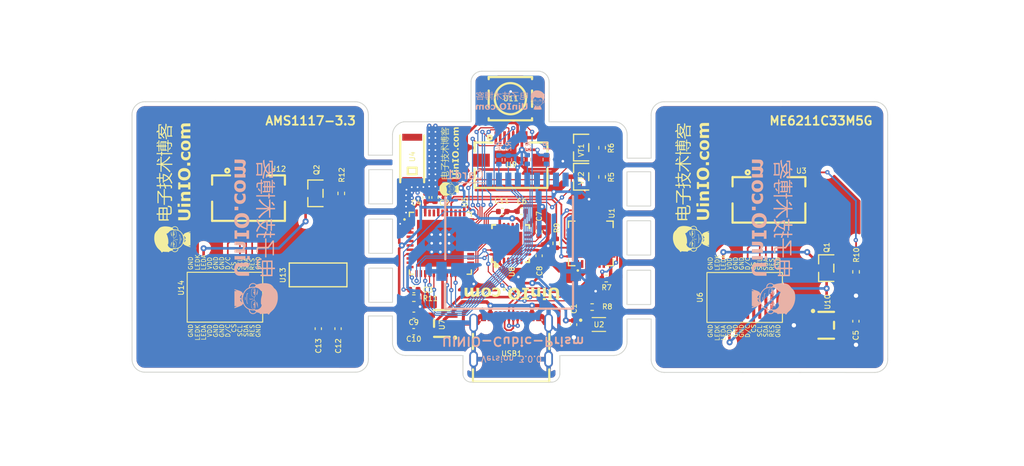
<source format=kicad_pcb>
(kicad_pcb (version 20211014) (generator pcbnew)
  (title_block (title "UINIO-Cubic-Prism") (date "2023-01-29") (rev "Version 3.0.0") (company "电子技术博客 UinIO.com"))
  (layers (0 "F.Cu" signal) (31 "B.Cu" signal) (34 "B.Paste" user) (35 "F.Paste" user) (36 "B.SilkS" user "B.Silkscreen") (37 "F.SilkS" user "F.Silkscreen") (38 "B.Mask" user) (39 "F.Mask" user) (44 "Edge.Cuts" user))
  (net 0 "")
  (net 1 "GND")
  (net 2 "/EN")
  (net 3 "/VDD_3.3V")
  (net 4 "Net-(C7-Pad1)")
  (net 5 "Net-(C9-Pad2)")
  (net 6 "/GPIO15")
  (net 7 "/GPIO13")
  (net 8 "/GPIO14")
  (net 9 "/GPIO26")
  (net 10 "/GPIO27")
  (net 11 "Net-(Q1-Pad1)")
  (net 12 "/LCD_BL_VCC")
  (net 13 "/DTR")
  (net 14 "Net-(C11-Pad2)")
  (net 15 "/RTS")
  (net 16 "/VDD_5V")
  (net 17 "Net-(R7-Pad2)")
  (net 18 "/CP_Tx")
  (net 19 "Net-(R5-Pad2)")
  (net 20 "/GPIO5")
  (net 23 "Net-(R6-Pad2)")
  (net 24 "Net-(R8-Pad1)")
  (net 40 "/CP_Rx")
  (net 42 "/DC")
  (net 43 "/GPIO18")
  (net 44 "/GPIO23")
  (net 45 "/GPIO4")
  (net 46 "/SENSOR_VP")
  (net 47 "/GPIO37")
  (net 48 "/GPIO38")
  (net 49 "/SENSOR_VN")
  (net 50 "/GPIO34")
  (net 51 "/GPIO35")
  (net 52 "/BH_SDA")
  (net 53 "/BH_SCL")
  (net 54 "/GPIO25")
  (net 55 "/GPIO12")
  (net 56 "/GPIO0")
  (net 57 "/FLASH_CS")
  (net 58 "/FLASH_SD0")
  (net 59 "/GPIO9")
  (net 60 "/GPIO10")
  (net 61 "/FLASH_SD2")
  (net 62 "/FLASH_CLK")
  (net 63 "/FLASH_SD3")
  (net 64 "/FLASH_SD1")
  (net 65 "/GPIO19")
  (net 66 "/GPIO22")
  (net 67 "/GPIO21")
  (net 72 "Net-(R9-Pad2)")
  (net 73 "/USB_Data_P")
  (net 74 "/USB_Data_N")
  (net 77 "Net-(U4-Pad1)")
  (net 106 "Net-(Q2-Pad1)")
  (footprint "Uinio:SOT-23-3_L2.9-W1.6-P1.90-LS2.9-BL" (layer "F.Cu") (at 157.131019 96.194261 90)
    (fp_text reference "VT2")
    (fp_text value "S8050")
  )
  (footprint "Uinio:SOT-23-5_L3.0-W1.7-P0.95-LS2.8-BR" (layer "F.Cu") (at 141.061519 113.134261)
    (fp_text reference "U7")
    (fp_text value "ME6211")
  )
  (footprint "Uinio:ST7789-FPC-PAD" (layer "F.Cu") (at 182.241519 116.112215 90)
    (fp_text reference "U6")
    (fp_text value "CON_12Pin")
  )
  (footprint "Resistor_SMD:R_0402_1005Metric" (layer "F.Cu") (at 159.551019 92.844261 90)
    (fp_text reference "R6")
    (fp_text value "12K")
  )
  (footprint "Uinio:SOT-23-5_L3.0-W1.7-P0.95-LS2.8-BR" (layer "F.Cu") (at 185.404519 113.347215 180)
    (fp_text reference "U10")
    (fp_text value "ME6211")
  )
  (footprint "LOGO" (layer "F.Cu") (at 149.14 109.72 180)
    (fp_text reference "")
    (fp_text value "LOGO" hide)
  )
  (footprint "Uinio:RGB_WS2812B_5050" (layer "F.Cu") (at 148.966519 87.177215 180)
    (fp_text reference "U11")
    (fp_text value "RGB_WS2812B_5050")
  )
  (footprint "LOGO" (layer "F.Cu") (at 110.01 97.46 90)
    (fp_text reference "")
    (fp_text value "" hide)
  )
  (footprint "LOGO" (layer "F.Cu") (at 169.85 97.41 90)
    (fp_text reference "")
    (fp_text value "" hide)
  )
  (footprint "Capacitor_SMD:C_0402_1005Metric" (layer "F.Cu") (at 150.246519 100.187215 180)
    (fp_text reference "C6")
    (fp_text value "10nF")
  )
  (footprint "Uinio:QFN-48_L7.0-W7.0-P0.50-BL-EP5.4" (layer "F.Cu") (at 140.891519 103.874261 -90)
    (fp_text reference "U5")
    (fp_text value "ESP32_PICO_D4")
  )
  (footprint "Uinio:QFN-24_L4.0-W4.0-P0.50-BL-EP2.7" (layer "F.Cu") (at 148.981519 103.907261)
    (fp_text reference "U8")
    (fp_text value "MPU6050")
  )
  (footprint "Capacitor_SMD:C_0402_1005Metric" (layer "F.Cu") (at 137.831519 112.184261)
    (fp_text reference "C9")
    (fp_text value "10nF")
  )
  (footprint "Capacitor_SMD:C_0402_1005Metric" (layer "F.Cu") (at 139.236519 98.587215 -90)
    (fp_text reference "C4")
    (fp_text value "0.1uF")
  )
  (footprint "Capacitor_SMD:C_0402_1005Metric" (layer "F.Cu") (at 156.261519 113.274261 -90)
    (fp_text reference "C1")
    (fp_text value "0.1uF")
  )
  (footprint "Capacitor_SMD:C_0402_1005Metric" (layer "F.Cu") (at 140.266519 98.587215 -90)
    (fp_text reference "C2")
    (fp_text value "10uF")
  )
  (footprint "Capacitor_SMD:C_0402_1005Metric" (layer "F.Cu") (at 188.826519 112.877215 90)
    (fp_text reference "C5")
    (fp_text value "1uF")
  )
  (footprint "Capacitor_SMD:C_0402_1005Metric" (layer "F.Cu") (at 148.061519 100.207215 180)
    (fp_text reference "C11")
    (fp_text value "2.2nF")
  )
  (footprint "Resistor_SMD:R_0402_1005Metric" (layer "F.Cu") (at 188.846519 107.177215 90)
    (fp_text reference "R10")
    (fp_text value "1K")
  )
  (footprint "Uinio:ANT-SMD_L5.0-W2.0" (layer "F.Cu") (at 137.64 94.13 90)
    (fp_text reference "U4")
    (fp_text value "AN2051_2.4G")
  )
  (footprint "Resistor_SMD:R_0402_1005Metric" (layer "F.Cu") (at 158.397519 111.246261 180)
    (fp_text reference "R8")
    (fp_text value "10k")
  )
  (footprint "Uinio:XDCR_BH1750FVI-TR" (layer "F.Cu") (at 159.176519 113.257215)
    (fp_text reference "U2")
    (fp_text value "BH1750FVI")
  )
  (footprint "Capacitor_SMD:C_0402_1005Metric" (layer "F.Cu") (at 129.086519 113.737215 -90)
    (fp_text reference "C12")
    (fp_text value "10uF")
  )
  (footprint "Uinio:SOT-23-3_L2.9-W1.6-P1.90-LS2.9-BL" (layer "F.Cu") (at 126.476519 98.107215 90)
    (fp_text reference "Q2")
    (fp_text value "AO3415A")
  )
  (footprint "Uinio:SOT-23-3_L2.9-W1.6-P1.90-LS2.9-BL" (layer "F.Cu") (at 157.131019 92.824261 90)
    (fp_text reference "VT1")
    (fp_text value "S8050")
  )
  (footprint "Capacitor_SMD:C_0402_1005Metric" (layer "F.Cu") (at 152.266519 102.525215 90)
    (fp_text reference "C7")
    (fp_text value "0.1uF")
  )
  (footprint "Resistor_SMD:R_0402_1005Metric" (layer "F.Cu") (at 160.025019 107.954261 180)
    (fp_text reference "R7")
    (fp_text value "10K")
  )
  (footprint "Uinio:ST7789-FPC-PAD" (layer "F.Cu") (at 122.281519 116.082215 90)
    (fp_text reference "U14")
    (fp_text value "CON_12Pin")
  )
  (footprint "Uinio:SOT-23-3_L2.9-W1.6-P1.90-LS2.9-BL" (layer "F.Cu") (at 185.404519 106.743215 90)
    (fp_text reference "Q1")
    (fp_text value "AO3415A")
  )
  (footprint "Capacitor_SMD:C_0402_1005Metric" (layer "F.Cu") (at 126.806519 113.737215 -90)
    (fp_text reference "C13")
    (fp_text value "10uF")
  )
  (footprint "Uinio:FPC-SMD_8P-P0.5_C9900011879" (layer "F.Cu") (at 149.041519 92.984261)
    (fp_text reference "U9")
    (fp_text value "FPC-SMD_8P-0.5mm")
  )
  (footprint "Resistor_SMD:R_0402_1005Metric" (layer "F.Cu") (at 129.456519 98.117215 90)
    (fp_text reference "R12")
    (fp_text value "1K")
  )
  (footprint "Capacitor_SMD:C_0402_1005Metric" (layer "F.Cu") (at 152.276519 105.319215 90)
    (fp_text reference "C8")
    (fp_text value "0.1uF")
  )
  (footprint "Capacitor_SMD:C_0402_1005Metric" (layer "F.Cu") (at 137.811519 114.084261)
    (fp_text reference "C10")
    (fp_text value "10uF")
  )
  (footprint "LOGO" (layer "F.Cu") (at 141.92 94.44 90)
    (fp_text reference "")
    (fp_text value "" hide)
  )
  (footprint "Uinio:SOT-223-4_L6.5-W3.5-P2.30-LS7.0-BR" (layer "F.Cu") (at 126.786519 107.527215 -90)
    (fp_text reference "U13")
    (fp_text value "AMS1117")
  )
  (footprint "Resistor_SMD:R_0402_1005Metric" (layer "F.Cu") (at 154.26 103.88 -90)
    (fp_text reference "R9")
    (fp_text value "200R")
  )
  (footprint "Uinio:QFN-28_L5.0-W5.0-P0.50-TL-EP3.3" (layer "F.Cu") (at 158.247019 103.890261 90)
    (fp_text reference "U1")
    (fp_text value "CP2102")
  )
  (footprint "Uinio:FPC-SMD_8P-P0.5_C9900011879" (layer "F.Cu") (at 178.796519 96.988715)
    (fp_text reference "U3")
    (fp_text value "FPC-SMD_8P-0.5mm")
  )
  (footprint "Resistor_SMD:R_0402_1005Metric" (layer "F.Cu") (at 137.831519 110.214261 180)
    (fp_text reference "R11")
    (fp_text value "10K")
  )
  (footprint "Uinio:FPC-SMD_8P-P0.5_C9900011879" (layer "F.Cu") (at 118.756519 96.787215)
    (fp_text reference "U12")
    (fp_text value "FPC-SMD_8P-0.5mm")
  )
  (footprint "Capacitor_SMD:C_0402_1005Metric" (layer "F.Cu") (at 137.831519 109.224261 180)
    (fp_text reference "C3")
    (fp_text value "1uF")
  )
  (footprint "Resistor_SMD:R_0402_1005Metric" (layer "F.Cu") (at 159.551019 96.214261 90)
    (fp_text reference "R5")
    (fp_text value "12K")
  )
  (footprint "Uinio:USB-C-SMD_TYPEC-304J-BCP16" (layer "F.Cu") (at 149.05 114.78)
    (fp_text reference "USB1")
    (fp_text value "USB_Type_C_16Pin")
  )
  (footprint "Resistor_SMD:R_0402_1005Metric" (layer "B.Cu") (at 153.12 94.2 -90)
    (fp_text reference "R1")
    (fp_text value "10K")
  )
  (footprint "Resistor_SMD:R_0402_1005Metric" (layer "B.Cu") (at 147.64 94.24 -90)
    (fp_text reference "R4")
    (fp_text value "10K")
  )
  (footprint "Resistor_SMD:R_0402_1005Metric" (layer "B.Cu") (at 150.92 94.2 -90)
    (fp_text reference "R3")
    (fp_text value "10K")
  )
  (footprint "Resistor_SMD:R_0402_1005Metric" (layer "B.Cu") (at 148.73 94.24 -90)
    (fp_text reference "R2")
    (fp_text value "10K")
  )
  (footprint "LOGO" (layer "B.Cu") (at 119.582614 103.124549 90)
    (fp_text reference "")
    (fp_text value "" hide)
  )
  (footprint "LOGO" (layer "B.Cu") (at 148.938692 87.356612 180)
    (fp_text reference "")
    (fp_text value "" hide)
  )
  (footprint "LOGO" (layer "B.Cu") (at 179.272614 103.124549 90)
    (fp_text reference "")
    (fp_text value "" hide)
  )
  (footprint "Uinio:TF-SMD_TF-02" (layer "B.Cu") (at 148.776519 101.817215 180)
    (fp_text reference "Card1")
    (fp_text value "TF_Card_02A")
  )
  (gr_line (start 165.206519 117.267215) (end 165.206519 112.617215) (layer "Edge.Cuts") (width 0.1))
  (gr_line (start 131.091519 118.760779) (end 106.73 118.76) (layer "Edge.Cuts") (width 0.1))
  (gr_line (start 162.436519 94.047215) (end 162.436519 91.367215) (layer "Edge.Cuts") (width 0.1))
  (gr_line (start 165.206519 112.617215) (end 162.426519 112.617215) (layer "Edge.Cuts") (width 0.1))
  (gr_line (start 136.691519 89.844261) (end 144.431519 89.844261) (layer "Edge.Cuts") (width 0.1))
  (gr_arc (start 165.206519 89.102215) (mid 165.619056 87.994575) (end 166.7066 87.531648) (layer "Edge.Cuts") (width 0.1))
  (gr_arc (start 144.430752 85.164261) (mid 144.830295 84.340749) (end 145.681518 84.004261) (layer "Edge.Cuts") (width 0.1))
  (gr_arc (start 162.426519 115.247215) (mid 161.988562 116.345775) (end 160.911519 116.834261) (layer "Edge.Cuts") (width 0.1))
  (gr_line (start 145.681518 84.004261) (end 152.273136 84.001266) (layer "Edge.Cuts") (width 0.1))
  (gr_arc (start 144.411519 119.914261) (mid 143.745832 119.603493) (end 143.491519 118.914261) (layer "Edge.Cuts") (width 0.1))
  (gr_line (start 192.492086 89.027296) (end 192.496438 117.242782) (layer "Edge.Cuts") (width 0.1))
  (gr_arc (start 131.05152 87.530169) (mid 132.133006 87.971601) (end 132.58152 89.050169) (layer "Edge.Cuts") (width 0.1))
  (gr_line (start 132.58152 89.050169) (end 132.58152 93.700169) (layer "Edge.Cuts") (width 0.1))
  (gr_arc (start 106.73 118.76) (mid 105.728153 118.304915) (end 105.320871 117.282701) (layer "Edge.Cuts") (width 0.1))
  (gr_arc (start 190.942086 87.527296) (mid 192.03652 87.947214) (end 192.492086 89.027296) (layer "Edge.Cuts") (width 0.1))
  (gr_line (start 132.58152 93.700169) (end 135.36152 93.700169) (layer "Edge.Cuts") (width 0.1))
  (gr_arc (start 192.496438 117.242782) (mid 192.076519 118.337215) (end 190.996438 118.792782) (layer "Edge.Cuts") (width 0.1))
  (gr_arc (start 166.736519 118.787215) (mid 165.654986 118.34583) (end 165.206519 117.267215) (layer "Edge.Cuts") (width 0.1))
  (gr_line (start 154.671519 116.836261) (end 160.911519 116.834261) (layer "Edge.Cuts") (width 0.1))
  (gr_arc (start 160.881519 89.844261) (mid 161.986013 90.271863) (end 162.436519 91.367215) (layer "Edge.Cuts") (width 0.1))
  (gr_line (start 136.886111 116.832431) (end 143.495519 116.836261) (layer "Edge.Cuts") (width 0.1))
  (gr_rect (start 162.416519 110.947215) (end 165.156519 106.987215) (layer "Edge.Cuts") (width 0.1) (fill none))
  (gr_line (start 144.431519 89.844261) (end 144.430752 85.164261) (layer "Edge.Cuts") (width 0.1))
  (gr_line (start 166.736519 118.787215) (end 175.786519 118.787215) (layer "Edge.Cuts") (width 0.1))
  (gr_line (start 166.7066 87.531648) (end 190.942086 87.527296) (layer "Edge.Cuts") (width 0.1))
  (gr_rect (start 135.37152 95.370169) (end 132.63152 99.330169) (layer "Edge.Cuts") (width 0.1) (fill none))
  (gr_rect (start 162.416519 105.237215) (end 165.156519 101.277215) (layer "Edge.Cuts") (width 0.1) (fill none))
  (gr_line (start 132.58152 112.270169) (end 132.58152 117.215169) (layer "Edge.Cuts") (width 0.1))
  (gr_line (start 182.376519 118.787215) (end 190.996438 118.792782) (layer "Edge.Cuts") (width 0.1))
  (gr_line (start 135.36152 93.700169) (end 135.366519 91.307215) (layer "Edge.Cuts") (width 0.1))
  (gr_line (start 105.320871 117.282701) (end 105.316519 89.067215) (layer "Edge.Cuts") (width 0.1))
  (gr_line (start 154.671519 118.994261) (end 154.671519 116.836261) (layer "Edge.Cuts") (width 0.1))
  (gr_line (start 153.431519 89.844261) (end 160.881519 89.844261) (layer "Edge.Cuts") (width 0.1))
  (gr_line (start 182.376519 118.787215) (end 175.786519 118.787215) (layer "Edge.Cuts") (width 0.1))
  (gr_arc (start 136.886111 116.832431) (mid 135.877626 116.454989) (end 135.366519 115.507215) (layer "Edge.Cuts") (width 0.1))
  (gr_arc (start 132.58152 117.215169) (mid 132.170783 118.310211) (end 131.091519 118.760779) (layer "Edge.Cuts") (width 0.1))
  (gr_arc (start 135.366519 91.307215) (mid 135.766572 90.338039) (end 136.691519 89.844261) (layer "Edge.Cuts") (width 0.1))
  (gr_arc (start 152.273136 84.001266) (mid 153.101519 84.404261) (end 153.43745 85.262033) (layer "Edge.Cuts") (width 0.1))
  (gr_line (start 132.58152 112.270169) (end 135.35152 112.270169) (layer "Edge.Cuts") (width 0.1))
  (gr_rect (start 162.416519 99.577215) (end 165.156519 95.617215) (layer "Edge.Cuts") (width 0.1) (fill none))
  (gr_arc (start 105.316519 89.067215) (mid 105.763098 87.950421) (end 106.89 87.53) (layer "Edge.Cuts") (width 0.1))
  (gr_line (start 131.05152 87.530169) (end 106.89 87.53) (layer "Edge.Cuts") (width 0.1))
  (gr_line (start 165.206519 94.047215) (end 165.206519 89.102215) (layer "Edge.Cuts") (width 0.1))
  (gr_arc (start 154.671519 118.994261) (mid 154.360752 119.659949) (end 153.671519 119.914261) (layer "Edge.Cuts") (width 0.1))
  (gr_line (start 135.35152 112.270169) (end 135.366519 115.507215) (layer "Edge.Cuts") (width 0.1))
  (gr_line (start 143.495519 116.836261) (end 143.491519 118.914261) (layer "Edge.Cuts") (width 0.1))
  (gr_line (start 162.426519 115.247215) (end 162.426519 112.617215) (layer "Edge.Cuts") (width 0.1))
  (gr_line (start 165.206519 94.047215) (end 162.436519 94.047215) (layer "Edge.Cuts") (width 0.1))
  (gr_line (start 144.411519 119.914261) (end 153.671519 119.914261) (layer "Edge.Cuts") (width 0.1))
  (gr_rect (start 135.37152 106.740169) (end 132.63152 110.700169) (layer "Edge.Cuts") (width 0.1) (fill none))
  (gr_rect (start 135.37152 101.080169) (end 132.63152 105.040169) (layer "Edge.Cuts") (width 0.1) (fill none))
  (gr_line (start 153.43745 85.262033) (end 153.431519 89.844261) (layer "Edge.Cuts") (width 0.1))
  (gr_text "Version 3.0.0" (at 149.09 117.23 180) (layer "B.SilkS") (effects (font (size 0.7 0.7) (thickness 0.1)) (justify mirror)))
  (gr_text "UINIO-Cubic-Prism" (at 149.29 115.2 180) (layer "B.SilkS") (effects (font (size 1 1.1) (thickness 0.2)) (justify mirror)))
  (gr_text "ME6211C33M5G" (at 184.8 89.73) (layer "F.SilkS") (effects (font (size 1 1) (thickness 0.2))))
  (gr_text "AMS1117-3.3" (at 125.92 89.73) (layer "F.SilkS") (effects (font (size 1 1) (thickness 0.2))))
  (segment (start 154.57252 107.097215) (end 157.509565 107.097215) (width 0.3) (layer "F.Cu") (net 1))
  (segment (start 139.6 97.32) (end 139.6 90.313734) (width 0.3) (layer "F.Cu") (net 1))
  (segment (start 136.93 97.74) (end 136.98 97.69) (width 0.3) (layer "F.Cu") (net 1))
  (segment (start 149.791519 91.684261) (end 149.791519 92.478481) (width 0.3) (layer "F.Cu") (net 1))
  (segment (start 147.739519 101.907261) (end 147.739519 101.009215) (width 0.3) (layer "F.Cu") (net 1))
  (segment (start 114.976519 102.237215) (end 114.976519 110.077215) (width 0.3) (layer "F.Cu") (net 1))
  (segment (start 112.166519 103.477215) (end 112.166519 110.067215) (width 0.3) (layer "F.Cu") (net 1))
  (segment (start 152.236519 100.053261) (end 152.631019 99.658761) (width 0.3) (layer "F.Cu") (net 1))
  (segment (start 175.641519 103.862215) (end 175.641519 110.112215) (width 0.3) (layer "F.Cu") (net 1))
  (segment (start 124.486519 110.362215) (end 120.161519 110.362215) (width 0.3) (layer "F.Cu") (net 1))
  (segment (start 118.006519 96.497215) (end 118.006519 98.407215) (width 0.4) (layer "F.Cu") (net 1))
  (segment (start 153.326519 104.177215) (end 153.33 104.180696) (width 0.3) (layer "F.Cu") (net 1))
  (segment (start 151.293062 103.157261) (end 151.736519 102.713804) (width 0.3) (layer "F.Cu") (net 1))
  (segment (start 117.081519 110.082215) (end 117.081519 112.836215) (width 0.3) (layer "F.Cu") (net 1))
  (segment (start 153.33 105.854695) (end 154.57252 107.097215) (width 0.3) (layer "F.Cu") (net 1))
  (segment (start 149.539304 89.98) (end 145.369304 89.98) (width 0.3) (layer "F.Cu") (net 1))
  (segment (start 178.046519 95.688715) (end 178.046519 98.897215) (width 0.4) (layer "F.Cu") (net 1))
  (segment (start 145.487 112.299) (end 144.725 113.061) (width 0.5) (layer "F.Cu") (net 1))
  (segment (start 151.736519 100.553261) (end 152.631019 99.658761) (width 0.3) (layer "F.Cu") (net 1))
  (segment (start 188.84 115.6) (end 188.84 113.370696) (width 0.4) (layer "F.Cu") (net 1))
  (segment (start 157.509565 107.097215) (end 157.747019 106.859761) (width 0.3) (layer "F.Cu") (net 1))
  (segment (start 138.546519 111.197215) (end 138.406519 111.197215) (width 0.3) (layer "F.Cu") (net 1))
  (segment (start 143.926519 95.917215) (end 141.736519 98.107215) (width 0.3) (layer "F.Cu") (net 1))
  (segment (start 118.006519 97.637215) (end 112.166519 103.477215) (width 0.3) (layer "F.Cu") (net 1))
  (segment (start 149.791519 91.684261) (end 149.801519 91.674261) (width 0.3) (layer "F.Cu") (net 1))
  (segment (start 115.666519 102.337215) (end 115.666519 110.067215) (width 0.3) (layer "F.Cu") (net 1))
  (segment (start 151.736519 102.713804) (end 151.736519 100.553261) (width 0.3) (layer "F.Cu") (net 1))
  (segment (start 142.361519 113.134261) (end 144.541519 113.134261) (width 0.5) (layer "F.Cu") (net 1))
  (segment (start 172.141519 105.274215) (end 172.141519 110.112215) (width 0.3) (layer "F.Cu") (net 1))
  (segment (start 147.731519 106.218804) (end 148.37993 106.867215) (width 0.3) (layer "F.Cu") (net 1))
  (segment (start 152.509473 99.537215) (end 150.216519 99.537215) (width 0.3) (layer "F.Cu") (net 1))
  (segment (start 138.406519 111.197215) (end 137.419473 112.184261) (width 0.3) (layer "F.Cu") (net 1))
  (segment (start 176.826519 113.187215) (end 175.866519 113.187215) (width 0.3) (layer "F.Cu") (net 1))
  (segment (start 140.32 91.01) (end 140.32 97.316266) (width 0.3) (layer "F.Cu") (net 1))
  (segment (start 156.261519 113.754261) (end 156.261519 114.711519) (width 0.4) (layer "F.Cu") (net 1))
  (segment (start 112.881519 103.532215) (end 112.881519 110.082215) (width 0.3) (layer "F.Cu") (net 1))
  (segment (start 178.046519 100.347215) (end 174.936519 103.457215) (width 0.3) (layer "F.Cu") (net 1))
  (segment (start 118.006519 98.407215) (end 112.881519 103.532215) (width 0.3) (layer "F.Cu") (net 1))
  (segment (start 149.801519 90.242215) (end 149.539304 89.98) (width 0.3) (layer "F.Cu") (net 1))
  (segment (start 157.801519 113.757215) (end 156.264473 113.757215) (width 0.3) (layer "F.Cu") (net 1))
  (segment (start 152.236519 102.015215) (end 152.236519 100.053261) (width 0.3) (layer "F.Cu") (net 1))
  (segment (start 180.646519 113.347215) (end 179.841519 112.542215) (width 0.4) (layer "F.Cu") (net 1))
  (segment (start 150.663626 95.317215) (end 154.098519 95.317215) (width 0.3) (layer "F.Cu") (net 1))
  (segment (start 178.046519 98.897215) (end 178.046519 99.369215) (width 0.4) (layer "F.Cu") (net 1))
  (segment (start 140.32 90.31) (end 140.32 91.01) (width 0.3) (layer "F.Cu") (net 1))
  (segment (start 145.236519 89.993481) (end 143.926519 91.303481) (width 0.3) (layer "F.Cu") (net 1))
  (segment (start 137.331519 114.084261) (end 137.331519 112.204261) (width 0.3) (layer "F.Cu") (net 1))
  (segment (start 149.746519 100.207215) (end 148.541519 100.207215) (width 0.3) (layer "F.Cu") (net 1))
  (segment (start 118.006519 99.297215) (end 117.916519 99.297215) (width 0.3) (layer "F.Cu") (net 1))
  (segment (start 150.981519 103.157261) (end 151.293062 103.157261) (width 0.3) (layer "F.Cu") (net 1))
  (segment (start 118.006519 99.997215) (end 115.666519 102.337215) (width 0.3) (layer "F.Cu") (net 1))
  (segment (start 115.681519 112.842215) (end 115.681519 110.082215) (width 0.3) (layer "F.Cu") (net 1))
  (segment (start 149.801519 91.674261) (end 149.801519 90.242215) (width 0.3) (layer "F.Cu") (net 1))
  (segment (start 140.32 97.316266) (end 140.313481 97.322785) (width 0.3) (layer "F.Cu") (net 1))
  (segment (start 153.326519 104.177215) (end 153.326519 103.105215) (width 0.3) (layer "F.Cu") (net 1))
  (segment (start 145.236519 86.907215) (end 146.566519 85.577215) (width 0.3) (layer "F.Cu") (net 1))
  (segment (start 184.104519 113.347215) (end 181.672785 113.347215) (width 0.4) (layer "F.Cu") (net 1))
  (segment (start 153.326519 104.177215) (end 153.306565 104.157261) (width 0.3) (layer "F.Cu") (net 1))
  (segment (start 178.046519 101.457215) (end 175.641519 103.862215) (width 0.3) (layer "F.Cu") (net 1))
  (segment (start 146.566519 85.577215) (end 148.227215 85.577215) (width 0.3) (layer "F.Cu") (net 1))
  (segment (start 178.046519 99.369215) (end 172.141519 105.274215) (width 0.3) (layer "F.Cu") (net 1))
  (segment (start 175.866519 113.187215) (end 175.641519 112.962215) (width 0.3) (layer "F.Cu") (net 1))
  (segment (start 136.93 100.33) (end 136.93 98.34) (width 0.3) (layer "F.Cu") (net 1))
  (segment (start 118.006519 96.497215) (end 118.006519 97.637215) (width 0.4) (layer "F.Cu") (net 1))
  (segment (start 152.631019 99.658761) (end 152.509473 99.537215) (width 0.3) (layer "F.Cu") (net 1))
  (segment (start 143.926519 94.767215) (end 143.926519 95.917215) (width 0.3) (layer "F.Cu") (net 1))
  (segment (start 138.866519 109.677215) (end 138.413565 109.224261) (width 0.3) (layer "F.Cu") (net 1))
  (segment (start 120.161519 110.362215) (end 119.881519 110.082215) (width 0.3) (layer "F.Cu") (net 1))
  (segment (start 154.098519 95.317215) (end 155.018519 94.397215) (width 0.3) (layer "F.Cu") (net 1))
  (segment (start 151.208519 106.867215) (end 152.276519 105.799215) (width 0.3) (layer "F.Cu") (net 1))
  (segment (start 179.841519 112.542215) (end 179.841519 110.112215) (width 0.4) (layer "F.Cu") (net 1))
  (segment (start 148.37993 106.867215) (end 149.886519 106.867215) (width 0.3) (layer "F.Cu") (net 1))
  (segment (start 157.801519 113.757215) (end 157.801519 113.257215) (width 0.3) (layer "F.Cu") (net 1))
  (segment (start 181.672785 113.347215) (end 180.646519 113.347215) (width 0.4) (layer "F.Cu") (net 1))
  (segment (start 177.041519 112.972215) (end 176.826519 113.187215) (width 0.3) (layer "F.Cu") (net 1))
  (segment (start 138.866519 110.877215) (end 138.866519 109.677215) (width 0.3) (layer "F.Cu") (net 1))
  (segment (start 117.916519 99.297215) (end 114.976519 102.237215) (width 0.3) (layer "F.Cu") (net 1))
  (segment (start 174.936519 103.457215) (end 174.936519 110.107215) (width 0.3) (layer "F.Cu") (net 1))
  (segment (start 118.006519 95.487215) (end 118.006519 96.497215) (width 0.4) (layer "F.Cu") (net 1))
  (segment (start 145.236519 89.847215) (end 145.236519 89.993481) (width 0.3) (layer "F.Cu") (net 1))
  (segment (start 139.68 97.4) (end 139.6 97.32) (width 0.3) (layer "F.Cu") (net 1))
  (segment (start 145.236519 89.847215) (end 145.236519 86.907215) (width 0.3) (layer "F.Cu") (net 1))
  (segment (start 157.747019 106.859761) (end 157.747019 106.267261) (width 0.3) (layer "F.Cu") (net 1))
  (segment (start 143.926519 91.303481) (end 143.926519 94.767215) (width 0.3) (layer "F.Cu") (net 1))
  (segment (start 141.736519 98.107215) (end 139.236519 98.107215) (width 0.3) (layer "F.Cu") (net 1))
  (segment (start 149.52 92.75) (end 149.52 94.173589) (width 0.3) (layer "F.Cu") (net 1))
  (segment (start 150.216519 99.537215) (end 149.766519 99.987215) (width 0.3) (layer "F.Cu") (net 1))
  (segment (start 136.93 98.34) (end 136.93 97.74) (width 0.3) (layer "F.Cu") (net 1))
  (segment (start 118.006519 99.297215) (end 118.006519 99.997215) (width 0.4) (layer "F.Cu") (net 1))
  (segment (start 139.6 90.313734) (end 139.606519 90.307215) (width 0.3) (layer "F.Cu") (net 1))
  (segment (start 149.52 94.173589) (end 150.663626 95.317215) (width 0.3) (layer "F.Cu") (net 1))
  (segment (start 115.932519 113.093215) (end 115.681519 112.842215) (width 0.3) (layer "F.Cu") (net 1))
  (segment (start 137.59 97.4) (end 140.236266 97.4) (width 0.3) (layer "F.Cu") (net 1))
  (segment (start 152.613 112.299) (end 153.375 113.061) (width 0.5) (layer "F.Cu") (net 1))
  (segment (start 153.33 104.180696) (end 153.33 105.854695) (width 0.3) (layer "F.Cu") (net 1))
  (segment (start 138.546519 111.197215) (end 138.866519 110.877215) (width 0.3) (layer "F.Cu") (net 1))
  (segment (start 148.227215 85.577215) (end 149 86.35) (width 0.3) (layer "F.Cu") (net 1))
  (segment (start 118.006519 98.407215) (end 118.006519 99.297215) (width 0.4) (layer "F.Cu") (net 1))
  (segment (start 149.886519 106.867215) (end 149.886519 107.767215) (width 0.3) (layer "F.Cu") (net 1))
  (segment (start 145.85 112.299) (end 145.487 112.299) (width 0.5) (layer "F.Cu") (net 1))
  (segment (start 147.739519 101.009215) (end 148.541519 100.207215) (width 0.3) (layer "F.Cu") (net 1))
  (segment (start 178.046519 99.369215) (end 178.046519 101.457215) (width 0.4) (layer "F.Cu") (net 1))
  (segment (start 156.261519 114.711519) (end 156.29 114.74) (width 0.2) (layer "F.Cu") (net 1))
  (segment (start 149.766519 99.987215) (end 149.766519 100.187215) (width 0.3) (layer "F.Cu") (net 1))
  (segment (start 147.731519 105.907261) (end 147.731519 106.218804) (width 0.3) (layer "F.Cu") (net 1))
  (segment (start 152.25 112.299) (end 152.613 112.299) (width 0.5) (layer "F.Cu") (net 1))
  (segment (start 178.046519 98.897215) (end 178.046519 100.347215) (width 0.4) (layer "F.Cu") (net 1))
  (segment (start 117.081519 112.836215) (end 116.824519 113.093215) (width 0.3) (layer "F.Cu") (net 1))
  (segment (start 149.791519 92.478481) (end 149.52 92.75) (width 0.3) (layer "F.Cu") (net 1))
  (segment (start 157.747019 106.267261) (end 157.747019 104.390261) (width 0.3) (layer "F.Cu") (net 1))
  (segment (start 153.306565 104.157261) (end 150.981519 104.157261) (width 0.3) (layer "F.Cu") (net 1))
  (segment (start 140.236266 97.4) (end 140.313481 97.322785) (width 0.3) (layer "F.Cu") (net 1))
  (segment (start 177.041519 110.112215) (end 177.041519 112.972215) (width 0.3) (layer "F.Cu") (net 1))
  (segment (start 116.824519 113.093215) (end 115.932519 113.093215) (width 0.3) (layer "F.Cu") (net 1))
  (segment (start 145.369304 89.98) (end 145.236519 89.847215) (width 0.3) (layer "F.Cu") (net 1))
  (segment (start 140.236266 97.4) (end 139.68 97.4) (width 0.3) (layer "F.Cu") (net 1))
  (segment (start 175.641519 112.962215) (end 175.641519 110.112215) (width 0.3) (layer "F.Cu") (net 1))
  (segment (start 149.886519 106.867215) (end 151.208519 106.867215) (width 0.3) (layer "F.Cu") (net 1))
  (segment (start 153.326519 103.105215) (end 152.266519 102.045215) (width 0.3) (layer "F.Cu") (net 1))
  (via (at 140.32 95.91) (size 0.5) (drill 0.2) (layers "F.Cu" "B.Cu") (net 1))
  (via (at 136.98 97.69) (size 0.5) (drill 0.2) (layers "F.Cu" "B.Cu") (net 1))
  (via (at 139.606519 90.307215) (size 0.5) (drill 0.2) (layers "F.Cu" "B.Cu") (net 1))
  (via (at 143.926519 94.767215) (size 0.7) (drill 0.3) (layers "F.Cu" "B.Cu") (net 1))
  (via (at 153.326519 104.177215) (size 0.7) (drill 0.3) (layers "F.Cu" "B.Cu") (net 1))
  (via (at 138.93 97.38) (size 0.5) (drill 0.2) (layers "F.Cu" "B.Cu") (net 1))
  (via (at 144.74 108.57) (size 0.5) (drill 0.3) (layers "F.Cu" "B.Cu") (net 1))
  (via (at 137.59 98.64) (size 0.5) (drill 0.2) (layers "F.Cu" "B.Cu") (net 1))
  (via (at 136.25 101.63) (size 0.5) (drill 0.2) (layers "F.Cu" "B.Cu") (net 1))
  (via (at 140.32 94.51) (size 0.5) (drill 0.2) (layers "F.Cu" "B.Cu") (net 1))
  (via (at 139.606519 96.607215) (size 0.5) (drill 0.2) (layers "F.Cu" "B.Cu") (net 1))
  (via (at 140.313481 97.322785) (size 0.5) (drill 0.2) (layers "F.Cu" "B.Cu") (net 1))
  (via (at 188.84 109.93) (size 0.9) (drill 0.5) (layers "F.Cu" "B.Cu") (net 1))
  (via (at 152.631019 99.658761) (size 0.7) (drill 0.3) (layers "F.Cu" "B.Cu") (net 1))
  (via (at 139.606519 92.407215) (size 0.5) (drill 0.2) (layers "F.Cu" "B.Cu") (net 1))
  (via (at 139.606519 91.007215) (size 0.5) (drill 0.2) (layers "F.Cu" "B.Cu") (net 1))
  (via (at 158.8 109.41) (size 0.5) (drill 0.3) (layers "F.Cu" "B.Cu") (net 1))
  (via (at 140.32 92.41) (size 0.5) (drill 0.2) (layers "F.Cu" "B.Cu") (net 1))
  (via (at 140.32 91.01) (size 0.5) (drill 0.2) (layers "F.Cu" "B.Cu") (net 1))
  (via (at 137.59 97.4) (size 0.5) (drill 0.2) (layers "F.Cu" "B.Cu") (net 1))
  (via (at 140.32 90.31) (size 0.5) (drill 0.2) (layers "F.Cu" "B.Cu") (net 1))
  (via (at 139.606519 95.907215) (size 0.5) (drill 0.2) (layers "F.Cu" "B.Cu") (net 1))
  (via (at 138.26 97.4) (size 0.5) (drill 0.2) (layers "F.Cu" "B.Cu") (net 1))
  (via (at 140.32 96.61) (size 0.5) (drill 0.2) (layers "F.Cu" "B.Cu") (net 1))
  (via (at 149.886519 107.767215) (size 0.7) (drill 0.3) (layers "F.Cu" "B.Cu") (net 1))
  (via (at 149 86.35) (size 0.5) (drill 0.3) (layers "F.Cu" "B.Cu") (net 1))
  (via (at 136.93 98.34) (size 0.5) (drill 0.2) (layers "F.Cu" "B.Cu") (net 1))
  (via (at 137.59 99.29) (size 0.5) (drill 0.2) (layers "F.Cu" "B.Cu") (net 1))
  (via (at 181.672785 113.347215) (size 0.9) (drill 0.5) (layers "F.Cu" "B.Cu") (net 1))
  (via (at 139.606519 91.707215) (size 0.5) (drill 0.2) (layers "F.Cu" "B.Cu") (net 1))
  (via (at 140.32 93.11) (size 0.5) (drill 0.2) (layers "F.Cu" "B.Cu") (net 1))
  (via (at 139.6 97.32) (size 0.5) (drill 0.2) (layers "F.Cu" "B.Cu") (net 1))
  (via (at 156.29 114.74) (size 0.9) (drill 0.5) (layers "F.Cu" "B.Cu") (net 1))
  (via (at 188.84 115.6) (size 0.9) (drill 0.5) (layers "F.Cu" "B.Cu") (net 1))
  (via (at 140.32 93.81) (size 0.5) (drill 0.2) (layers "F.Cu" "B.Cu") (net 1))
  (via (at 158.04 98.79) (size 0.5) (drill 0.3) (layers "F.Cu" "B.Cu") (net 1))
  (via (at 137.59 98.02) (size 0.5) (drill 0.2) (layers "F.Cu" "B.Cu") (net 1))
  (via (at 136.929005 98.98) (size 0.5) (drill 0.2) (layers "F.Cu" "B.Cu") (net 1))
  (via (at 153.98 97.92) (size 0.5) (drill 0.3) (layers "F.Cu" "B.Cu") (net 1))
  (via (at 136.93 99.64) (size 0.5) (drill 0.2) (layers "F.Cu" "B.Cu") (net 1))
  (via (at 136.93 100.33) (size 0.5) (drill 0.2) (layers "F.Cu" "B.Cu") (net 1))
  (via (at 139.606519 95.207215) (size 0.5) (drill 0.2) (layers "F.Cu" "B.Cu") (net 1))
  (via (at 138.26 98.02) (size 0.5) (drill 0.2) (layers "F.Cu" "B.Cu") (net 1))
  (via (at 140.32 91.71) (size 0.5) (drill 0.2) (layers "F.Cu" "B.Cu") (net 1))
  (via (at 139.606519 93.107215) (size 0.5) (drill 0.2) (layers "F.Cu" "B.Cu") (net 1))
  (via (at 139.606519 93.807215) (size 0.5) (drill 0.2) (layers "F.Cu" "B.Cu") (net 1))
  (via (at 138.546519 111.197215) (size 0.7) (drill 0.3) (layers "F.Cu" "B.Cu") (net 1))
  (via (at 139.606519 94.507215) (size 0.5) (drill 0.2) (layers "F.Cu" "B.Cu") (net 1))
  (via (at 155.018519 94.397215) (size 0.7) (drill 0.3) (layers "F.Cu" "B.Cu") (net 1))
  (via (at 140.32 95.21) (size 0.5) (drill 0.2) (layers "F.Cu" "B.Cu") (net 1))
  (segment (start 143.926519 95.917215) (end 142.326519 97.517215) (width 0.3) (layer "B.Cu") (net 1))
  (segment (start 139.6 96.613734) (end 139.606519 96.607215) (width 0.3) (layer "B.Cu") (net 1))
  (segment (start 156.530519 97.517215) (end 156.767215 97.517215) (width 0.3) (layer "B.Cu") (net 1))
  (segment (start 156.522519 109.233215) (end 153.568205 109.233215) (width 0.3) (layer "B.Cu") (net 1))
  (segment (start 152.216519 107.767215) (end 149.886519 107.767215) (width 0.3) (layer "B.Cu") (net 1))
  (segment (start 137.59 98.64) (end 137.59 97.4) (width 0.3) (layer "B.Cu") (net 1))
  (segment (start 153.336519 106.647215) (end 152.216519 107.767215) (width 0.3) (layer "B.Cu") (net 1))
  (segment (start 141.891519 104.874261) (end 141.891519 102.874261) (width 0.2) (layer "B.Cu") (net 1))
  (segment (start 156.522519 107.117215) (end 156.522519 109.233215) (width 0.3) (layer "B.Cu") (net 1))
  (segment (start 144.725 117.261) (end 144.725 113.061) (width 0.5) (layer "B.Cu") (net 1))
  (segment (start 188.84 115.6) (end 188.84 115.58) (width 0.4) (layer "B.Cu") (net 1))
  (segment (start 188.84 115.58) (end 186.607215 113.347215) (width 0.4) (layer "B.Cu") (net 1))
  (segment (start 153.326519 104.177215) (end 153.336519 104.187215) (width 0.3) (layer "B.Cu") (net 1))
  (segment (start 156.29 114.74) (end 153.42 114.74) (width 0.4) (layer "B.Cu") (net 1))
  (segment (start 155.973734 113.85) (end 154.164 113.85) (width 0.3) (layer "B.Cu") (net 1))
  (segment (start 137.106519 109.017215) (end 137.106519 106.667215) (width 0.3) (layer "B.Cu") (net 1))
  (segment (start 138.546519 110.457215) (end 137.106519 109.017215) (width 0.3) (layer "B.Cu") (net 1))
  (segment (start 140.32 97.316266) (end 140.313481 97.322785) (width 0.3) (layer "B.Cu") (net 1))
  (segment (start 140.32 90.31) (end 140.32 97.316266) (width 0.3) (layer "B.Cu") (net 1))
  (segment (start 137.106519 106.667215) (end 139.891519 103.882215) (width 0.3) (layer "B.Cu") (net 1))
  (segment (start 156.522519 113.301215) (end 155.973734 113.85) (width 0.3) (layer "B.Cu") (net 1))
  (segment (start 156.530519 97.517215) (end 156.530519 107.109215) (width 0.3) (layer "B.Cu") (net 1))
  (segment (start 139.6 97.32) (end 139.6 96.613734) (width 0.3) (layer "B.Cu") (net 1))
  (segment (start 186.607215 113.347215) (end 181.672785 113.347215) (width 0.4) (layer "B.Cu") (net 1))
  (segment (start 153.336519 104.187215) (end 153.336519 106.647215) (width 0.3) (layer "B.Cu") (net 1))
  (segment (start 152.031519 99.059261) (end 152.031519 96.517215) (width 0.3) (layer "B.Cu") (net 1))
  (segment (start 138.26 97.4) (end 139.52 97.4) (width 0.3) (layer "B.Cu") (net 1))
  (segment (start 144.74 108.57) (end 143.287215 107.117215) (width 0.2) (layer "B.Cu") (net 1))
  (segment (start 153.375 117.261) (end 144.725 117.261) (width 0.5) (layer "B.Cu") (net 1))
  (segment (start 136.93 100.33) (end 136.93 97.74) (width 0.3) (layer "B.Cu") (net 1))
  (segment (start 158.8 109.41) (end 156.522519 107.132519) (width 0.3) (layer "B.Cu") (net 1))
  (segment (start 152.216519 107.881529) (end 152.216519 107.767215) (width 0.3) (layer "B.Cu") (net 1))
  (segment (start 154.164 113.85) (end 153.375 113.061) (width 0.3) (layer "B.Cu") (net 1))
  (segment (start 140.288565 112.939261) (end 144.603261 112.939261) (width 0.3) (layer "B.Cu") (net 1))
  (segment (start 155.018519 94.397215) (end 156.530519 95.909215) (width 0.3) (layer "B.Cu") (net 1))
  (segment (start 153.98 97.92) (end 156.127734 97.92) (width 0.3) (layer "B.Cu") (net 1))
  (segment (start 136.94 100.34) (end 136.93 100.33) (width 0.3) (layer "B.Cu") (net 1))
  (segment (start 138.26 97.4) (end 138.26 98.02) (width 0.3) (layer "B.Cu") (net 1))
  (segment (start 140.891519 104.874261) (end 140.891519 102.874261) (width 0.2) (layer "B.Cu") (net 1))
  (segment (start 153.386519 117.249481) (end 153.386519 114.706519) (width 0.5) (layer "B.Cu") (net 1))
  (segment (start 144.603261 112.939261) (end 144.725 113.061) (width 0.3) (layer "B.Cu") (net 1))
  (segment (start 138.546519 111.197215) (end 140.288565 112.939261) (width 0.3) (layer "B.Cu") (net 1))
  (segment (start 156.522519 107.132519) (end 156.522519 107.117215) (width 0.3) (layer "B.Cu") (net 1))
  (segment (start 156.530519 95.909215) (end 156.530519 97.517215) (width 0.3) (layer "B.Cu") (net 1))
  (segment (start 139.891519 104.874261) (end 141.891519 104.874261) (width 0.2) (layer "B.Cu") (net 1))
  (segment (start 139.52 97.4) (end 139.6 97.32) (width 0.3) (layer "B.Cu") (net 1))
  (segment (start 143.287215 107.117215) (end 141.022519 107.117215) (width 0.2) (layer "B.Cu") (net 1))
  (segment (start 136.93 97.74) (end 136.98 97.69) (width 0.3) (layer "B.Cu") (net 1))
  (segment (start 137.22 97.4) (end 137.59 97.4) (width 0.3) (layer "B.Cu") (net 1))
  (segment (start 139.606519 96.607215) (end 139.606519 90.307215) (width 0.3) (layer "B.Cu") (net 1))
  (segment (start 139.891519 103.874261) (end 141.891519 103.874261) (width 0.2) (layer "B.Cu") (net 1))
  (segment (start 153.568205 109.233215) (end 152.216519 107.881529) (width 0.3) (layer "B.Cu") (net 1))
  (segment (start 153.375 117.261) (end 153.386519 117.249481) (width 0.5) (layer "B.Cu") (net 1))
  (segment (start 153.42 114.74) (end 153.386519 114.706519) (width 0.4) (layer "B.Cu") (net 1))
  (segment (start 153.386519 113.072519) (end 153.375 113.061) (width 0.5) (layer "B.Cu") (net 1))
  (segment (start 137.16 97.51) (end 137.16 97.46) (width 0.3) (layer "B.Cu") (net 1))
  (segment (start 188.84 115.6) (end 188.84 109.93) (width 0.4) (layer "B.Cu") (net 1))
  (segment (start 153.386519 114.706519) (end 153.386519 113.072519) (width 0.5) (layer "B.Cu") (net 1))
  (segment (start 137.16 97.46) (end 137.22 97.4) (width 0.3) (layer "B.Cu") (net 1))
  (segment (start 141.891519 104.874261) (end 139.891519 102.874261) (width 0.2) (layer "B.Cu") (net 1))
  (segment (start 136.25 101.63) (end 136.94 100.94) (width 0.3) (layer "B.Cu") (net 1))
  (segment (start 156.522519 109.233215) (end 156.522519 113.301215) (width 0.3) (layer "B.Cu") (net 1))
  (segment (start 139.891519 104.874261) (end 141.891519 102.874261) (width 0.2) (layer "B.Cu") (net 1))
  (segment (start 136.98 97.69) (end 137.16 97.51) (width 0.3) (layer "B.Cu") (net 1))
  (segment (start 143.926519 94.767215) (end 143.926519 95.917215) (width 0.3) (layer "B.Cu") (net 1))
  (segment (start 139.891519 104.874261) (end 139.891519 102.874261) (width 0.2) (layer "B.Cu") (net 1))
  (segment (start 152.631019 99.658761) (end 152.031519 99.059261) (width 0.3) (layer "B.Cu") (net 1))
  (segment (start 156.127734 97.92) (end 156.530519 97.517215) (width 0.3) (layer "B.Cu") (net 1))
  (segment (start 136.94 100.94) (end 136.94 100.34) (width 0.3) (layer "B.Cu") (net 1))
  (segment (start 139.891519 102.874261) (end 141.891519 102.874261) (width 0.2) (layer "B.Cu") (net 1))
  (segment (start 138.546519 111.197215) (end 138.546519 110.457215) (width 0.3) (layer "B.Cu") (net 1))
  (segment (start 137.59 97.4) (end 138.26 97.4) (width 0.3) (layer "B.Cu") (net 1))
  (segment (start 156.767215 97.517215) (end 158.04 98.79) (width 0.3) (layer "B.Cu") (net 1))
  (segment (start 137.321519 110.214261) (end 137.321519 109.254261) (width 0.13) (layer "F.Cu") (net 2))
  (segment (start 154.106519 96.529261) (end 155.996019 94.639761) (width 0.13) (layer "F.Cu") (net 2))
  (segment (start 136.641019 109.224261) (end 137.351519 109.224261) (width 0.13) (layer "F.Cu") (net 2))
  (segment (start 136.641519 105.444261) (end 136.981519 105.104261) (width 0.13) (layer "F.Cu") (net 2))
  (segment (start 145.074473 96.529261) (end 154.106519 96.529261) (width 0.13) (layer "F.Cu") (net 2))
  (segment (start 144.116519 97.487215) (end 145.074473 96.529261) (width 0.13) (layer "F.Cu") (net 2))
  (segment (start 136.641519 109.223761) (end 136.641519 105.444261) (width 0.13) (layer "F.Cu") (net 2))
  (segment (start 136.641019 109.224261) (end 136.641519 109.223761) (width 0.13) (layer "F.Cu") (net 2))
  (segment (start 155.996019 94.639761) (end 155.996019 92.824261) (width 0.13) (layer "F.Cu") (net 2))
  (segment (start 136.981519 105.104261) (end 137.371519 105.104261) (width 0.13) (layer "F.Cu") (net 2))
  (via (at 144.116519 97.487215) (size 0.5) (drill 0.2) (layers "F.Cu" "B.Cu") (net 2))
  (via (at 136.641019 109.224261) (size 0.5) (drill 0.2) (layers "F.Cu" "B.Cu") (net 2))
  (segment (start 141.305494 100.224261) (end 136.641019 104.888736) (width 0.13) (layer "B.Cu") (net 2))
  (segment (start 136.641019 104.888736) (end 136.641019 109.224261) (width 0.13) (layer "B.Cu") (net 2))
  (segment (start 144.186519 99.895215) (end 143.857473 100.224261) (width 0.13) (layer "B.Cu") (net 2))
  (segment (start 143.857473 100.224261) (end 141.305494 100.224261) (width 0.13) (layer "B.Cu") (net 2))
  (segment (start 144.186519 97.557215) (end 144.186519 99.895215) (width 0.13) (layer "B.Cu") (net 2))
  (segment (start 144.116519 97.487215) (end 144.186519 97.557215) (width 0.13) (layer "B.Cu") (net 2))
  (segment (start 138.321482 99.271482) (end 138.774261 99.724261) (width 0.3) (layer "F.Cu") (net 3))
  (segment (start 144.604519 100.239215) (end 143.789565 99.424261) (width 0.3) (layer "F.Cu") (net 3))
  (segment (start 126.433734 113.63) (end 114.6 113.63) (width 0.3) (layer "F.Cu") (net 3))
  (segment (start 139.141519 99.824261) (end 139.141519 100.024261) (width 0.3) (layer "F.Cu") (net 3))
  (segment (start 139.141519 100.374261) (end 139.141519 100.024261) (width 0.3) (layer "F.Cu") (net 3))
  (segment (start 186.167215 112.397215) (end 186.704519 112.397215) (width 0.3) (layer "F.Cu") (net 3))
  (segment (start 151.496519 108.477215) (end 151.506519 108.477215) (width 0.3) (layer "F.Cu") (net 3))
  (segment (start 136.136519 104.489261) (end 136.471519 104.154261) (width 0.3) (layer "F.Cu") (net 3))
  (segment (start 150.231519 101.284261) (end 150.231519 101.907261) (width 0.3) (layer "F.Cu") (net 3))
  (segment (start 141.141519 112.104261) (end 140.822542 112.423238) (width 0.3) (layer "F.Cu") (net 3))
  (segment (start 143.641519 99.424261) (end 143.641519 100.374261) (width 0.3) (layer "F.Cu") (net 3))
  (segment (start 150.726519 100.789261) (end 150.231519 101.284261) (width 0.3) (layer "F.Cu") (net 3))
  (segment (start 138.321482 99.265625) (end 137.47 100.117107) (width 0.3) (layer "F.Cu") (net 3))
  (segment (start 136.471519 104.154261) (end 136.146519 103.829261) (width 0.3) (layer "F.Cu") (net 3))
  (segment (start 174.26 115.31) (end 174.241519 115.291519) (width 0.3) (layer "F.Cu") (net 3))
  (segment (start 156.261519 112.794261) (end 157.764473 112.794261) (width 0.3) (layer "F.Cu") (net 3))
  (segment (start 136.146519 102.397215) (end 136.419473 102.124261) (width 0.3) (layer "F.Cu") (net 3))
  (segment (start 126.806519 113.257215) (end 126.806519 110.382215) (width 0.3) (layer "F.Cu") (net 3))
  (segment (start 126.806519 113.257215) (end 126.433734 113.63) (width 0.3) (layer "F.Cu") (net 3))
  (segment (start 150.231519 101.487261) (end 149.745473 101.001215) (width 0.3) (layer "F.Cu") (net 3))
  (segment (start 150.526519 108.477215) (end 151.496519 108.477215) (width 0.3) (layer "F.Cu") (net 3))
  (segment (start 137.47 101.04578) (end 137.391519 101.124261) (width 0.3) (layer "F.Cu") (net 3))
  (segment (start 143.789565 99.424261) (end 143.641519 99.424261) (width 0.3) (layer "F.Cu") (net 3))
  (segment (start 114.6 113.63) (end 114.281519 113.311519) (width 0.3) (layer "F.Cu") (net 3))
  (segment (start 138.341519 110.252215) (end 137.356519 111.237215) (width 0.3) (layer "F.Cu") (net 3))
  (segment (start 149.796519 95.157215) (end 149.596519 95.357215) (width 0.3) (layer "F.Cu") (net 3))
  (segment (start 139.761519 114.084261) (end 139.071519 114.084261) (width 0.3) (layer "F.Cu") (net 3))
  (segment (start 138.291519 114.084261) (end 138.291519 115.418481) (width 0.3) (layer "F.Cu") (net 3))
  (segment (start 138.291519 115.418481) (end 137.71 116) (width 0.3) (layer "F.Cu") (net 3))
  (segment (start 136.136519 115.446519) (end 136.136519 111.237215) (width 0.3) (layer "F.Cu") (net 3))
  (segment (start 138.774261 99.724261) (end 139.241519 99.724261) (width 0.3) (layer "F.Cu") (net 3))
  (segment (start 149.596519 95.357215) (end 145.411458 95.357215) (width 0.3) (layer "F.Cu") (net 3))
  (segment (start 186.438519 105.793215) (end 185.45 106.781734) (width 0.3) (layer "F.Cu") (net 3))
  (segment (start 152.836519 107.147215) (end 152.836519 105.399215) (width 0.3) (layer "F.Cu") (net 3))
  (segment (start 151.506519 108.477215) (end 152.836519 107.147215) (width 0.3) (layer "F.Cu") (net 3))
  (segment (start 126.44 98.328734) (end 127.611519 97.157215) (width 0.3) (layer "F.Cu") (net 3))
  (segment (start 150.291519 92.649947) (end 150.291519 91.684261) (width 0.3) (layer "F.Cu") (net 3))
  (segment (start 138.339473 114.084261) (end 138.339473 113.354261) (width 0.3) (layer "F.Cu") (net 3))
  (segment (start 185.45 109.09) (end 185.45 111.68) (width 0.3) (layer "F.Cu") (net 3))
  (segment (start 136.146519 103.829261) (end 136.146519 102.397215) (width 0.3) (layer "F.Cu") (net 3))
  (segment (start 157.764473 112.794261) (end 157.801519 112.757215) (width 0.3) (layer "F.Cu") (net 3))
  (segment (start 155.384261 112.794261) (end 156.261519 112.794261) (width 0.3) (layer "F.Cu") (net 3))
  (segment (start 141.141519 107.374261) (end 141.141519 112.104261) (width 0.3) (layer "F.Cu") (net 3))
  (segment (start 152.836519 105.399215) (end 152.276519 104.839215) (width 0.3) (layer "F.Cu") (net 3))
  (segment (start 137.356519 111.237215) (end 136.136519 111.237215) (width 0.3) (layer "F.Cu") (net 3))
  (segment (start 149.745473 101.001215) (end 149.176519 101.001215) (width 0.3) (layer "F.Cu") (net 3))
  (segment (start 150.726519 100.187215) (end 150.726519 100.789261) (width 0.3) (layer "F.Cu") (net 3))
  (segment (start 114.281519 113.311519) (end 114.281519 110.082215) (width 0.3) (layer "F.Cu") (net 3))
  (segment (start 155.37 112.78) (end 155.384261 112.794261) (width 0.3) (layer "F.Cu") (net 3))
  (segment (start 139.236519 99.067215) (end 140.266519 99.067215) (width 0.3) (layer "F.Cu") (net 3))
  (segment (start 139.141519 100.374261) (end 139.141519 99.162215) (width 0.3) (layer "F.Cu") (net 3))
  (segment (start 143.15578 110.09) (end 148.913734 110.09) (width 0.3) (layer "F.Cu") (net 3))
  (segment (start 139.761519 114.084261) (end 138.291519 114.084261) (width 0.3) (layer "F.Cu") (net 3))
  (segment (start 143.62658 97.137154) (end 143.266519 97.497215) (width 0.3) (layer "F.Cu") (net 3))
  (segment (start 140.228565 113.017215) (end 140.822542 112.423238) (width 0.3) (layer "F.Cu") (net 3))
  (segment (start 186.704519 112.397215) (end 188.826519 112.397215) (width 0.3) (layer "F.Cu") (net 3))
  (segment (start 150.231519 101.907261) (end 150.231519 101.487261) (width 0.3) (layer "F.Cu") (net 3))
  (segment (start 136.69 116) (end 136.136519 115.446519) (width 0.3) (layer "F.Cu") (net 3))
  (segment (start 152.276519 104.839215) (end 152.094565 104.657261) (width 0.3) (layer "F.Cu") (net 3))
  (segment (start 157.813519 112.745215) (end 157.813519 111.320261) (width 0.3) (layer "F.Cu") (net 3))
  (segment (start 139.071519 114.084261) (end 138.291519 114.084261) (width 0.3) (layer "F.Cu") (net 3))
  (segment (start 152.094565 104.657261) (end 150.981519 104.657261) (width 0.3) (layer "F.Cu") (net 3))
  (segment (start 140.531519 99.724261) (end 139.241519 99.724261) (width 0.3) (layer "F.Cu") (net 3))
  (segment (start 150.29 93.08) (end 150.29 92.651466) (width 0.3) (layer "F.Cu") (net 3))
  (segment (start 140.641519 100.374261) (end 140.641519 99.834261) (width 0.3) (layer "F.Cu") (net 3))
  (segment (start 148.913734 110.09) (end 150.526519 108.477215) (width 0.3) (layer "F.Cu") (net 3))
  (segment (start 152.09 93.09) (end 152.08 93.08) (width 0.3) (layer "F.Cu") (net 3))
  (segment (start 139.241519 99.724261) (end 139.141519 99.824261) (width 0.3) (layer "F.Cu") (net 3))
  (segment (start 137.47 100.117107) (end 137.47 101.04578) (width 0.3) (layer "F.Cu") (net 3))
  (segment (start 138.339473 113.354261) (end 138.676519 113.017215) (width 0.3) (layer "F.Cu") (net 3))
  (segment (start 138.321482 98.716796) (end 138.321482 99.265625) (width 0.3) (layer "F.Cu") (net 3))
  (segment (start 157.801519 112.757215) (end 157.813519 112.745215) (width 0.3) (layer "F.Cu") (net 3))
  (segment (start 185.45 111.68) (end 186.167215 112.397215) (width 0.3) (layer "F.Cu") (net 3))
  (segment (start 136.136519 111.237215) (end 136.136519 104.489261) (width 0.3) (layer "F.Cu") (net 3))
  (segment (start 150.29 92.651466) (end 150.291519 92.649947) (width 0.3) (layer "F.Cu") (net 3))
  (segment (start 138.321482 98.716796) (end 138.321482 99.271482) (width 0.3) (layer "F.Cu") (net 3))
  (segment (start 137.71 116) (end 136.69 116) (width 0.3) (layer "F.Cu") (net 3))
  (segment (start 174.241519 115.291519) (end 174.241519 110.112215) (width 0.3) (layer "F.Cu") (net 3))
  (segment (start 152.08 93.08) (end 150.29 93.08) (width 0.3) (layer "F.Cu") (net 3))
  (segment (start 137.391519 102.624261) (end 137.391519 102.124261) (width 0.3) (layer "F.Cu") (net 3))
  (segment (start 136.419473 102.124261) (end 137.391519 102.124261) (width 0.3) (layer "F.Cu") (net 3))
  (segment (start 126.44 104.345696) (end 126.44 98.328734) (width 0.3) (layer "F.Cu") (net 3))
  (segment (start 140.641519 99.834261) (end 140.531519 99.724261) (width 0.3) (layer "F.Cu") (net 3))
  (segment (start 140.822542 112.423238) (end 143.15578 110.09) (width 0.3) (layer "F.Cu") (net 3))
  (segment (start 185.45 106.781734) (end 185.45 109.09) (width 0.3) (layer "F.Cu") (net 3))
  (segment (start 143.631519 97.137154) (end 143.62658 97.137154) (width 0.3) (layer "F.Cu") (net 3))
  (segment (start 138.676519 113.017215) (end 140.228565 113.017215) (width 0.3) (layer "F.Cu") (net 3))
  (segment (start 145.411458 95.357215) (end 143.631519 97.137154) (width 0.3) (layer "F.Cu") (net 3))
  (via (at 136.446519 104.127215) (size 0.7) (drill 0.3) (layers "F.Cu" "B.Cu") (net 3))
  (via (at 185.45 109.09) (size 0.7) (drill 0.3) (layers "F.Cu" "B.Cu") (net 3))
  (via (at 138.321482 98.716796) (size 0.7) (drill 0.3) (layers "F.Cu" "B.Cu") (net 3))
  (via (at 150.29 93.08) (size 0.7) (drill 0.3) (layers "F.Cu" "B.Cu") (net 3))
  (via (at 151.496519 108.477215) (size 0.7) (drill 0.3) (layers "F.Cu" "B.Cu") (net 3))
  (via (at 174.26 115.31) (size 0.7) (drill 0.3) (layers "F.Cu" "B.Cu") (net 3))
  (via (at 152.09 93.09) (size 0.5) (drill 0.3) (layers "F.Cu" "B.Cu") (net 3))
  (via (at 149.796519 95.157215) (size 0.5) (drill 0.2) (layers "F.Cu" "B.Cu") (net 3))
  (via (at 143.641519 99.424261) (size 0.7) (drill 0.3) (layers "F.Cu" "B.Cu") (net 3))
  (via (at 155.37 112.78) (size 0.7) (drill 0.3) (layers "F.Cu" "B.Cu") (net 3))
  (via (at 143.266519 97.497215) (size 0.7) (drill 0.3) (layers "F.Cu" "B.Cu") (net 3))
  (via (at 149.176519 101.001215) (size 0.7) (drill 0.3) (layers "F.Cu" "B.Cu") (net 3))
  (via (at 144.604519 100.239215) (size 0.7) (drill 0.3) (layers "F.Cu" "B.Cu") (net 3))
  (segment (start 152.32 93.69) (end 153.12 93.69) (width 0.3) (layer "B.Cu") (net 3))
  (segment (start 149.49 93.73) (end 149.52 93.76) (width 0.3) (layer "B.Cu") (net 3))
  (segment (start 150.29 93.08) (end 150.29 94.663734) (width 0.3) (layer "B.Cu") (net 3))
  (segment (start 138.617258 99.012572) (end 138.617258 99.71) (width 0.3) (layer "B.Cu") (net 3))
  (segment (start 138.321482 98.716796) (end 138.617258 99.012572) (width 0.3) (layer "B.Cu") (net 3))
  (segment (start 149.796519 95.157215) (end 149.786519 95.167215) (width 0.3) (layer "B.Cu") (net 3))
  (segment (start 136.471519 104.154261) (end 136.581519 104.154261) (width 0.3) (layer "B.Cu") (net 3))
  (segment (start 152.09 93.46) (end 152.32 93.69) (width 0.3) (layer "B.Cu") (net 3))
  (segment (start 150.29 93.08) (end 150.33 93.08) (width 0.3) (layer "B.Cu") (net 3))
  (segment (start 138.631519 102.104261) (end 138.631519 99.724261) (width 0.3) (layer "B.Cu") (net 3))
  (segment (start 149.52 94.880696) (end 149.52 93.76) (width 0.3) (layer "B.Cu") (net 3))
  (segment (start 143.266519 97.497215) (end 143.641519 97.872215) (width 0.3) (layer "B.Cu") (net 3))
  (segment (start 138.631519 99.724261) (end 138.621519 99.714261) (width 0.3) (layer "B.Cu") (net 3))
  (segment (start 155.37 111.600696) (end 152.246519 108.477215) (width 0.3) (layer "B.Cu") (net 3))
  (segment (start 138.62578 99.71) (end 138.621519 99.714261) (width 0.3) (layer "B.Cu") (net 3))
  (segment (start 150.29 94.663734) (end 149.796519 95.157215) (width 0.3) (layer "B.Cu") (net 3))
  (segment (start 143.641519 99.424261) (end 143.641519 97.872215) (width 0.3) (layer "B.Cu") (net 3))
  (segment (start 174.26 115.31) (end 180.48 109.09) (width 0.3) (layer "B.Cu") (net 3))
  (segment (start 155.37 112.78) (end 155.37 111.600696) (width 0.3) (layer "B.Cu") (net 3))
  (segment (start 180.48 109.09) (end 185.45 109.09) (width 0.3) (layer "B.Cu") (net 3))
  (segment (start 152.09 93.09) (end 152.09 93.46) (width 0.3) (layer "B.Cu") (net 3))
  (segment (start 152.246519 108.477215) (end 151.496519 108.477215) (width 0.3) (layer "B.Cu") (net 3))
  (segment (start 149.176519 101.001215) (end 145.366519 101.001215) (width 0.3) (layer "B.Cu") (net 3))
  (segment (start 148.73 93.73) (end 149.49 93.73) (width 0.3) (layer "B.Cu") (net 3))
  (segment (start 150.33 93.08) (end 150.92 93.67) (width 0.3) (layer "B.Cu") (net 3))
  (segment (start 136.581519 104.154261) (end 138.631519 102.104261) (width 0.3) (layer "B.Cu") (net 3))
  (segment (start 138.617258 99.71) (end 138.621519 99.714261) (width 0.3) (layer "B.Cu") (net 3))
  (segment (start 150.26 93.08) (end 150.29 93.08) (width 0.3) (layer "B.Cu") (net 3))
  (segment (start 145.366519 101.001215) (end 144.604519 100.239215) (width 0.3) (layer "B.Cu") (net 3))
  (segment (start 147.64 93.73) (end 148.73 93.73) (width 0.3) (layer "B.Cu") (net 3))
  (segment (start 149.786519 95.167215) (end 149.786519 96.442215) (width 0.3) (layer "B.Cu") (net 3))
  (segment (start 149.58 93.76) (end 150.26 93.08) (width 0.3) (layer "B.Cu") (net 3))
  (segment (start 149.796519 95.157215) (end 149.52 94.880696) (width 0.3) (layer "B.Cu") (net 3))
  (segment (start 143.33578 99.71) (end 138.62578 99.71) (width 0.3) (layer "B.Cu") (net 3))
  (segment (start 150.92 93.67) (end 150.92 93.69) (width 0.3) (layer "B.Cu") (net 3))
  (segment (start 143.631519 99.414261) (end 143.33578 99.71) (width 0.3) (layer "B.Cu") (net 3))
  (segment (start 149.52 93.76) (end 149.58 93.76) (width 0.3) (layer "B.Cu") (net 3))
  (segment (start 152.266519 103.245215) (end 151.854473 103.657261) (width 0.13) (layer "F.Cu") (net 4))
  (segment (start 151.854473 103.657261) (end 150.981519 103.657261) (width 0.13) (layer "F.Cu") (net 4))
  (segment (start 152.266519 103.005215) (end 152.266519 103.245215) (width 0.13) (layer "F.Cu") (net 4))
  (segment (start 139.761519 112.184261) (end 138.311519 112.184261) (width 0.3) (layer "F.Cu") (net 5))
  (segment (start 142.141519 109.274261) (end 142.141519 107.374261) (width 0.13) (layer "F.Cu") (net 6))
  (segment (start 142.151519 109.284261) (end 142.141519 109.274261) (width 0.13) (layer "F.Cu") (net 6))
  (via (at 142.151519 109.284261) (size 0.5) (drill 0.2) (layers "F.Cu" "B.Cu") (net 6))
  (segment (start 142.541519 111.264261) (end 143.590439 111.264261) (width 0.13) (layer "B.Cu") (net 6))
  (segment (start 150.781519 104.073181) (end 150.781519 99.239531) (width 0.13) (layer "B.Cu") (net 6))
  (segment (start 149.036249 97.494261) (end 148.264519 97.494261) (width 0.13) (layer "B.Cu") (net 6))
  (segment (start 150.781519 99.239531) (end 149.036249 97.494261) (width 0.13) (layer "B.Cu") (net 6))
  (segment (start 147.631519 94.758481) (end 147.631519 96.517215) (width 0.13) (layer "B.Cu") (net 6))
  (segment (start 142.141519 109.294261) (end 142.141519 110.864261) (width 0.13) (layer "B.Cu") (net 6))
  (segment (start 147.64 94.75) (end 147.631519 94.758481) (width 0.13) (layer "B.Cu") (net 6))
  (segment (start 143.590439 111.264261) (end 150.781519 104.073181) (width 0.13) (layer "B.Cu") (net 6))
  (segment (start 142.141519 110.864261) (end 142.541519 111.264261) (width 0.13) (layer "B.Cu") (net 6))
  (segment (start 148.264519 97.494261) (end 147.631519 96.861261) (width 0.13) (layer "B.Cu") (net 6))
  (segment (start 142.151519 109.284261) (end 142.141519 109.294261) (width 0.13) (layer "B.Cu") (net 6))
  (segment (start 141.641519 108.709397) (end 141.641519 107.374261) (width 0.13) (layer "F.Cu") (net 7))
  (segment (start 141.656383 108.724261) (end 141.641519 108.709397) (width 0.13) (layer "F.Cu") (net 7))
  (via (at 141.656383 108.724261) (size 0.5) (drill 0.2) (layers "F.Cu" "B.Cu") (net 7))
  (segment (start 142.446249 111.494261) (end 143.685709 111.494261) (width 0.13) (layer "B.Cu") (net 7))
  (segment (start 151.011519 104.168451) (end 151.011519 99.144261) (width 0.13) (layer "B.Cu") (net 7))
  (segment (start 151.011519 99.144261) (end 148.730519 96.863261) (width 0.13) (layer "B.Cu") (net 7))
  (segment (start 148.73 94.75) (end 148.730519 94.750519) (width 0.13) (layer "B.Cu") (net 7))
  (segment (start 141.656383 108.724261) (end 141.656383 110.704395) (width 0.13) (layer "B.Cu") (net 7))
  (segment (start 141.656383 110.704395) (end 142.446249 111.494261) (width 0.13) (layer "B.Cu") (net 7))
  (segment (start 148.730519 94.750519) (end 148.730519 96.517215) (width 0.13) (layer "B.Cu") (net 7))
  (segment (start 143.685709 111.494261) (end 151.011519 104.168451) (width 0.13) (layer "B.Cu") (net 7))
  (segment (start 140.156519 109.237215) (end 140.141519 109.222215) (width 0.13) (layer "F.Cu") (net 8))
  (segment (start 140.141519 109.222215) (end 140.141519 107.374261) (width 0.13) (layer "F.Cu") (net 8))
  (via (at 140.156519 109.237215) (size 0.5) (drill 0.2) (layers "F.Cu" "B.Cu") (net 8))
  (segment (start 140.502059 111.724261) (end 143.780979 111.724261) (width 0.13) (layer "B.Cu") (net 8))
  (segment (start 151.241519 104.263721) (end 151.241519 96.791261) (width 0.13) (layer "B.Cu") (net 8))
  (segment (start 151.241519 96.791261) (end 150.945519 96.495261) (width 0.13) (layer "B.Cu") (net 8))
  (segment (start 150.92 94.71) (end 150.930519 94.720519) (width 0.13) (layer "B.Cu") (net 8))
  (segment (start 150.94 96.507734) (end 150.930519 96.517215) (width 0.13) (layer "B.Cu") (net 8))
  (segment (start 140.156519 109.237215) (end 140.156519 111.378721) (width 0.13) (layer "B.Cu") (net 8))
  (segment (start 143.780979 111.724261) (end 151.241519 104.263721) (width 0.13) (layer "B.Cu") (net 8))
  (segment (start 150.930519 94.720519) (end 150.930519 96.517215) (width 0.13) (layer "B.Cu") (net 8))
  (segment (start 140.156519 111.378721) (end 140.502059 111.724261) (width 0.13) (layer "B.Cu") (net 8))
  (segment (start 139.141519 108.217215) (end 139.141519 107.374261) (width 0.13) (layer "F.Cu") (net 9))
  (via (at 139.141519 108.217215) (size 0.5) (drill 0.2) (layers "F.Cu" "B.Cu") (net 9))
  (segment (start 139.141519 108.217215) (end 139.141519 111.014261) (width 0.13) (layer "B.Cu") (net 9))
  (segment (start 153.145519 103.010261) (end 153.145519 97.240261) (width 0.13) (layer "B.Cu") (net 9))
  (segment (start 153.12 94.71) (end 153.130519 94.720519) (width 0.13) (layer "B.Cu") (net 9))
  (segment (start 139.141519 111.014261) (end 140.311519 112.184261) (width 0.13) (layer "B.Cu") (net 9))
  (segment (start 140.311519 112.184261) (end 143.971519 112.184261) (width 0.13) (layer "B.Cu") (net 9))
  (segment (start 143.971519 112.184261) (end 153.145519 103.010261) (width 0.13) (layer "B.Cu") (net 9))
  (segment (start 153.130519 94.720519) (end 153.130519 96.517215) (width 0.13) (layer "B.Cu") (net 9))
  (segment (start 149.238734 88.777215) (end 146.566519 88.777215) (width 0.13) (layer "F.Cu") (net 10))
  (segment (start 151.471519 91.01) (end 149.238734 88.777215) (width 0.13) (layer "F.Cu") (net 10))
  (segment (start 139.636519 108.717215) (end 139.641519 108.712215) (width 0.13) (layer "F.Cu") (net 10))
  (segment (start 139.641519 108.712215) (end 139.641519 107.374261) (width 0.13) (layer "F.Cu") (net 10))
  (via (at 151.471519 91.01) (size 0.5) (drill 0.2) (layers "F.Cu" "B.Cu") (net 10))
  (via (at 139.636519 108.717215) (size 0.5) (drill 0.2) (layers "F.Cu" "B.Cu") (net 10))
  (segment (start 143.876249 111.954261) (end 140.406789 111.954261) (width 0.13) (layer "B.Cu") (net 10))
  (segment (start 151.471519 91.01) (end 151.471519 104.358991) (width 0.13) (layer "B.Cu") (net 10))
  (segment (start 151.471519 104.358991) (end 143.876249 111.954261) (width 0.13) (layer "B.Cu") (net 10))
  (segment (start 139.631021 108.722713) (end 139.636519 108.717215) (width 0.13) (layer "B.Cu") (net 10))
  (segment (start 139.631021 111.178493) (end 139.631021 108.722713) (width 0.13) (layer "B.Cu") (net 10))
  (segment (start 140.406789 111.954261) (end 139.631021 111.178493) (width 0.13) (layer "B.Cu") (net 10))
  (segment (start 186.539519 107.693215) (end 188.840519 107.693215) (width 0.2) (layer "F.Cu") (net 11))
  (segment (start 125.341519 98.107215) (end 125.341519 101.342215) (width 0.3) (layer "F.Cu") (net 12))
  (segment (start 113.576519 104.457215) (end 113.576519 110.077215) (width 0.3) (layer "F.Cu") (net 12))
  (segment (start 184.269519 105.960215) (end 183.206519 104.897215) (width 0.3) (layer "F.Cu") (net 12))
  (segment (start 125.341519 101.342215) (end 125.346519 101.347215) (width 0.3) (layer "F.Cu") (net 12))
  (segment (start 173.536519 104.897215) (end 173.541519 104.902215) (width 0.3) (layer "F.Cu") (net 12))
  (segment (start 173.541519 104.902215) (end 173.541519 110.112215) (width 0.3) (layer "F.Cu") (net 12))
  (segment (start 184.269519 106.743215) (end 184.269519 105.960215) (width 0.3) (layer "F.Cu") (net 12))
  (via (at 183.206519 104.897215) (size 0.7) (drill 0.3) (layers "F.Cu" "B.Cu") (net 12))
  (via (at 173.536519 104.897215) (size 0.7) (drill 0.3) (layers "F.Cu" "B.Cu") (net 12))
  (via (at 125.346519 101.347215) (size 0.7) (drill 0.3) (layers "F.Cu" "B.Cu") (net 12))
  (via (at 113.576519 104.457215) (size 0.7) (drill 0.3) (layers "F.Cu" "B.Cu") (net 12))
  (segment (start 122.236519 104.457215) (end 113.576519 104.457215) (width 0.3) (layer "B.Cu") (net 12))
  (segment (start 125.346519 101.347215) (end 122.236519 104.457215) (width 0.3) (layer "B.Cu") (net 12))
  (segment (start 183.206519 104.897215) (end 173.536519 104.897215) (width 0.3) (layer "B.Cu") (net 12))
  (segment (start 155.870019 105.390261) (end 154.849565 105.390261) (width 0.2) (layer "F.Cu") (net 13))
  (segment (start 159.836519 97.009761) (end 159.551019 96.724261) (width 0.2) (layer "F.Cu") (net 13))
  (segment (start 159.836519 99.077215) (end 159.836519 97.009761) (width 0.2) (layer "F.Cu") (net 13))
  (segment (start 155.486519 100.077215) (end 158.836519 100.077215) (width 0.2) (layer "F.Cu") (net 13))
  (segment (start 158.266019 95.244261) (end 158.266019 95.439261) (width 0.2) (layer "F.Cu") (net 13))
  (segment (start 154.849565 105.390261) (end 154.846519 105.387215) (width 0.2) (layer "F.Cu") (net 13))
  (segment (start 158.266019 95.439261) (end 159.551019 96.724261) (width 0.2) (layer "F.Cu") (net 13))
  (segment (start 158.836519 100.077215) (end 159.836519 99.077215) (width 0.2) (layer "F.Cu") (net 13))
  (via (at 154.846519 105.387215) (size 0.5) (drill 0.2) (layers "F.Cu" "B.Cu") (net 13))
  (via (at 155.486519 100.077215) (size 0.5) (drill 0.2) (layers "F.Cu" "B.Cu") (net 13))
  (segment (start 154.846519 100.717215) (end 155.486519 100.077215) (width 0.2) (layer "B.Cu") (net 13))
  (segment (start 154.846519 105.387215) (end 154.846519 100.717215) (width 0.2) (layer "B.Cu") (net 13))
  (segment (start 146.828565 100.207215) (end 146.416519 100.619261) (width 0.13) (layer "F.Cu") (net 14))
  (segment (start 146.416519 100.619261) (end 146.416519 103.086519) (width 0.13) (layer "F.Cu") (net 14))
  (segment (start 146.416519 103.086519) (end 146.487261 103.157261) (width 0.13) (layer "F.Cu") (net 14))
  (segment (start 146.487261 103.157261) (end 146.981519 103.157261) (width 0.13) (layer "F.Cu") (net 14))
  (segment (start 147.581519 100.207215) (end 146.828565 100.207215) (width 0.13) (layer "F.Cu") (net 14))
  (segment (start 159.551019 93.159261) (end 158.266019 91.874261) (width 0.2) (layer "F.Cu") (net 15))
  (segment (start 155.377519 103.390261) (end 155.217519 103.230261) (width 0.2) (layer "F.Cu") (net 15))
  (segment (start 155.217519 103.230261) (end 155.217519 100.976215) (width 0.2) (layer "F.Cu") (net 15))
  (segment (start 155.726519 100.467215) (end 158.956519 100.467215) (width 0.2) (layer "F.Cu") (net 15))
  (segment (start 158.956519 100.467215) (end 160.156519 99.267215) (width 0.2) (layer "F.Cu") (net 15))
  (segment (start 155.217519 100.976215) (end 155.726519 100.467215) (width 0.2) (layer "F.Cu") (net 15))
  (segment (start 155.870019 103.390261) (end 155.377519 103.390261) (width 0.2) (layer "F.Cu") (net 15))
  (segment (start 159.551019 93.354261) (end 159.551019 93.159261) (width 0.2) (layer "F.Cu") (net 15))
  (segment (start 160.156519 99.267215) (end 160.156519 93.959761) (width 0.2) (layer "F.Cu") (net 15))
  (segment (start 160.156519 93.959761) (end 159.551019 93.354261) (width 0.2) (layer "F.Cu") (net 15))
  (segment (start 160.596 115.824) (end 161.706519 114.713481) (width 0.4) (layer "F.Cu") (net 16))
  (segment (start 129.911519 110.362215) (end 129.086519 110.362215) (width 0.4) (layer "F.Cu") (net 16))
  (segment (start 161.706519 91.877215) (end 161.706519 107.537215) (width 0.4) (layer "F.Cu") (net 16))
  (segment (start 141.36 113.62) (end 141.824261 114.084261) (width 0.4) (layer "F.Cu") (net 16))
  (segment (start 160.535019 106.297761) (end 160.535019 105.479261) (width 0.4) (layer "F.Cu") (net 16))
  (segment (start 141.865739 112.184261) (end 141.36 112.69) (width 0.4) (layer "F.Cu") (net 16))
  (segment (start 151.46 111.07) (end 151.46 111.676962) (width 0.4) (layer "F.Cu") (net 16))
  (segment (start 184.866519 112.397215) (end 185.41 112.940696) (width 0.4) (layer "F.Cu") (net 16))
  (segment (start 177.046519 94.763481) (end 177.49 94.32) (width 0.4) (layer "F.Cu") (net 16))
  (segment (start 153.661519 90.764261) (end 152.743565 90.764261) (width 0.4) (layer "F.Cu") (net 16))
  (segment (start 151.46 111.07) (end 153.95 111.07) (width 0.4) (layer "F.Cu") (net 16))
  (segment (start 184.104519 112.397215) (end 184.866519 112.397215) (width 0.4) (layer "F.Cu") (net 16))
  (segment (start 146.67 111.08) (end 146.65 111.1) (width 0.4) (layer "F.Cu") (net 16))
  (segment (start 142.361519 112.184261) (end 141.865739 112.184261) (width 0.4) (layer "F.Cu") (net 16))
  (segment (start 146.24 110.65) (end 143.42 110.65) (width 0.4) (layer "F.Cu") (net 16))
  (segment (start 185.41 116.58) (end 185.42 116.59) (width 0.4) (layer "F.Cu") (net 16))
  (segment (start 159.747019 106.267261) (end 160.504519 106.267261) (width 0.4) (layer "F.Cu") (net 16))
  (segment (start 143.42 110.65) (end 142.361519 111.708481) (width 0.4) (layer "F.Cu") (net 16))
  (segment (start 150.791519 91.684261) (end 151.769473 91.684261) (width 0.4) (layer "F.Cu") (net 16))
  (segment (start 146.65 111.1) (end 146.65 112.299) (width 0.4) (layer "F.Cu") (net 16))
  (segment (start 151.366519 89.387215) (end 151.366519 88.777215) (width 0.4) (layer "F.Cu") (net 16))
  (segment (start 129.086519 110.362215) (end 129.086519 113.257215) (width 0.4) (layer "F.Cu") (net 16))
  (segment (start 130.39 109.883734) (end 129.911519 110.362215) (width 0.4) (layer "F.Cu") (net 16))
  (segment (start 177.046519 95.688715) (end 177.046519 94.763481) (width 0.4) (layer "F.Cu") (net 16))
  (segment (start 155.702 115.824) (end 160.596 115.824) (width 0.4) (layer "F.Cu") (net 16))
  (segment (start 130.39 96.83) (end 130.39 109.883734) (width 0.4) (layer "F.Cu") (net 16))
  (segment (start 185.73 94.32) (end 190.07 98.66) (width 0.4) (layer "F.Cu") (net 16))
  (segment (start 160.593565 90.764261) (end 161.706519 91.877215) (width 0.4) (layer "F.Cu") (net 16))
  (segment (start 184.97 116.59) (end 184.104519 115.724519) (width 0.4) (layer "F.Cu") (net 16))
  (segment (start 189.22 116.59) (end 185.42 116.59) (width 0.4) (layer "F.Cu") (net 16))
  (segment (start 160.535019 107.954261) (end 160.535019 106.297761) (width 0.4) (layer "F.Cu") (net 16))
  (segment (start 153.95 111.07) (end 154.56 111.68) (width 0.4) (layer "F.Cu") (net 16))
  (segment (start 154.56 114.682) (end 155.702 115.824) (width 0.4) (layer "F.Cu") (net 16))
  (segment (start 117.006519 94.523481) (end 117.49 94.04) (width 0.4) (layer "F.Cu") (net 16))
  (segment (start 177.49 94.32) (end 185.73 94.32) (width 0.4) (layer "F.Cu") (net 16))
  (segment (start 153.661519 90.764261) (end 160.593565 90.764261) (width 0.4) (layer "F.Cu") (net 16))
  (segment (start 117.49 94.04) (end 127.6 94.04) (width 0.4) (layer "F.Cu") (net 16))
  (segment (start 141.36 112.69) (end 141.36 113.62) (width 0.4) (layer "F.Cu") (net 16))
  (segment (start 185.42 116.59) (end 184.97 116.59) (width 0.4) (layer "F.Cu") (net 16))
  (segment (start 151.45 111.686962) (end 151.45 112.299) (width 0.4) (layer "F.Cu") (net 16))
  (segment (start 190.07 115.74) (end 189.22 116.59) (width 0.4) (layer "F.Cu") (net 16))
  (segment (start 142.361519 111.708481) (end 142.361519 112.184261) (width 0.4) (layer "F.Cu") (net 16))
  (segment (start 152.689473 90.764261) (end 153.661519 90.764261) (width 0.4) (layer "F.Cu") (net 16))
  (segment (start 146.67 111.08) (end 146.24 110.65) (width 0.4) (layer "F.Cu") (net 16))
  (segment (start 141.824261 114.084261) (end 142.361519 114.084261) (width 0.4) (layer "F.Cu") (net 16))
  (segment (start 161.589473 107.954261) (end 161.706519 107.837215) (width 0.4) (layer "F.Cu") (net 16))
  (segment (start 190.07 98.66) (end 190.07 115.74) (width 0.4) (layer "F.Cu") (net 16))
  (segment (start 160.535019 105.479261) (end 160.624019 105.390261) (width 0.4) (layer "F.Cu") (net 16))
  (segment (start 161.706519 114.713481) (end 161.706519 107.537215) (width 0.4) (layer "F.Cu") (net 16))
  (segment (start 184.104519 115.724519) (end 184.104519 114.297215) (width 0.4) (layer "F.Cu") (net 16))
  (segment (start 151.46 111.676962) (end 151.45 111.686962) (width 0.4) (layer "F.Cu") (net 16))
  (segment (start 160.504519 106.267261) (end 160.535019 106.297761) (width 0.4) (layer "F.Cu") (net 16))
  (segment (start 160.535019 107.954261) (end 161.589473 107.954261) (width 0.4) (layer "F.Cu") (net 16))
  (segment (start 117.006519 95.487215) (end 117.006519 94.523481) (width 0.4) (layer "F.Cu") (net 16))
  (segment (start 151.769473 91.684261) (end 152.689473 90.764261) (width 0.4) (layer "F.Cu") (net 16))
  (segment (start 127.6 94.04) (end 130.39 96.83) (width 0.4) (layer "F.Cu") (net 16))
  (segment (start 154.56 111.68) (end 154.56 114.682) (width 0.4) (layer "F.Cu") (net 16))
  (segment (start 185.41 112.940696) (end 185.41 116.58) (width 0.4) (layer "F.Cu") (net 16))
  (segment (start 161.706519 107.537215) (end 161.706519 107.837215) (width 0.4) (layer "F.Cu") (net 16))
  (segment (start 152.743565 90.764261) (end 151.366519 89.387215) (width 0.4) (layer "F.Cu") (net 16))
  (via (at 151.46 111.07) (size 0.7) (drill 0.3) (layers "F.Cu" "B.Cu") (net 16))
  (via (at 146.67 111.08) (size 0.7) (drill 0.3) (layers "F.Cu" "B.Cu") (net 16))
  (segment (start 146.68 111.07) (end 146.67 111.08) (width 0.4) (layer "B.Cu") (net 16))
  (segment (start 151.46 111.07) (end 146.68 111.07) (width 0.4) (layer "B.Cu") (net 16))
  (segment (start 161.276519 105.050261) (end 161.116519 104.890261) (width 0.2) (layer "F.Cu") (net 17))
  (segment (start 161.276519 105.987215) (end 161.276519 105.050261) (width 0.2) (layer "F.Cu") (net 17))
  (segment (start 161.146519 106.117215) (end 161.276519 105.987215) (width 0.2) (layer "F.Cu") (net 17))
  (segment (start 159.566519 107.157215) (end 159.566519 107.902761) (width 0.3) (layer "F.Cu") (net 17))
  (segment (start 161.116519 104.890261) (end 160.624019 104.890261) (width 0.2) (layer "F.Cu") (net 17))
  (via (at 159.566519 107.157215) (size 0.5) (drill 0.2) (layers "F.Cu" "B.Cu") (net 17))
  (via (at 161.146519 106.117215) (size 0.5) (drill 0.2) (layers "F.Cu" "B.Cu") (net 17))
  (segment (start 161.146519 106.117215) (end 161.146519 106.123481) (width 0.2) (layer "B.Cu") (net 17))
  (segment (start 160.112785 107.157215) (end 159.566519 107.157215) (width 0.2) (layer "B.Cu") (net 17))
  (segment (start 161.146519 106.123481) (end 160.112785 107.157215) (width 0.2) (layer "B.Cu") (net 17))
  (segment (start 142.141519 99.228525) (end 142.141519 100.374261) (width 0.2) (layer "F.Cu") (net 18))
  (segment (start 153.791519 98.814261) (end 142.555783 98.814261) (width 0.2) (layer "F.Cu") (net 18))
  (segment (start 154.256519 103.366519) (end 154.256519 99.279261) (width 0.2) (layer "F.Cu") (net 18))
  (segment (start 142.555783 98.814261) (end 142.141519 99.228525) (width 0.2) (layer "F.Cu") (net 18))
  (segment (start 154.256519 99.279261) (end 153.791519 98.814261) (width 0.2) (layer "F.Cu") (net 18))
  (segment (start 159.551019 95.059261) (end 158.266019 93.774261) (width 0.2) (layer "F.Cu") (net 19))
  (segment (start 159.551019 95.704261) (end 159.551019 95.059261) (width 0.2) (layer "F.Cu") (net 19))
  (segment (start 145.691519 99.603518) (end 145.691519 101.12426) (width 0.13) (layer "F.Cu") (net 20))
  (segment (start 145.691519 101.12426) (end 144.691519 102.124261) (width 0.13) (layer "F.Cu") (net 20))
  (segment (start 146.411519 91.684261) (end 147.291519 91.684261) (width 0.13) (layer "F.Cu") (net 20))
  (segment (start 188.846519 106.667215) (end 188.846519 103.537215) (width 0.2) (layer "F.Cu") (net 20))
  (segment (start 145.850936 99.444101) (end 145.691519 99.603518) (width 0.13) (layer "F.Cu") (net 20))
  (segment (start 127.986519 95.487215) (end 129.456519 96.957215) (width 0.2) (layer "F.Cu") (net 20))
  (segment (start 185.525019 95.688715) (end 185.536519 95.677215) (width 0.2) (layer "F.Cu") (net 20))
  (segment (start 180.546519 95.688715) (end 185.525019 95.688715) (width 0.2) (layer "F.Cu") (net 20))
  (segment (start 188.846519 103.537215) (end 188.816519 103.507215) (width 0.2) (layer "F.Cu") (net 20))
  (segment (start 120.506519 95.487215) (end 127.986519 95.487215) (width 0.2) (layer "F.Cu") (net 20))
  (segment (start 145.741519 91.014261) (end 146.411519 91.684261) (width 0.13) (layer "F.Cu") (net 20))
  (segment (start 129.456519 96.957215) (end 129.456519 97.607215) (width 0.2) (layer "F.Cu") (net 20))
  (via (at 188.816519 103.507215) (size 0.5) (drill 0.2) (layers "F.Cu" "B.Cu") (net 20))
  (via (at 185.536519 95.677215) (size 0.5) (drill 0.2) (layers "F.Cu" "B.Cu") (net 20))
  (via (at 145.850936 99.444101) (size 0.5) (drill 0.2) (layers "F.Cu" "B.Cu") (net 20))
  (via (at 145.741519 91.014261) (size 0.5) (drill 0.2) (layers "F.Cu" "B.Cu") (net 20))
  (segment (start 145.741519 91.014261) (end 145.731519 91.024261) (width 0.13) (layer "B.Cu") (net 20))
  (segment (start 188.826519 103.497215) (end 188.826519 98.967215) (width 0.2) (layer "B.Cu") (net 20))
  (segment (start 145.731519 99.324684) (end 145.850936 99.444101) (width 0.13) (layer "B.Cu") (net 20))
  (segment (start 188.826519 98.967215) (end 185.536519 95.677215) (width 0.2) (layer "B.Cu") (net 20))
  (segment (start 145.731519 91.024261) (end 145.731519 99.324684) (width 0.13) (layer "B.Cu") (net 20))
  (segment (start 188.816519 103.507215) (end 188.826519 103.497215) (width 0.2) (layer "B.Cu") (net 20))
  (segment (start 158.266019 97.144261) (end 157.304519 96.182761) (width 0.2) (layer "F.Cu") (net 23))
  (segment (start 157.304519 91.704761) (end 157.660065 91.349215) (width 0.2) (layer "F.Cu") (net 23))
  (segment (start 157.660065 91.349215) (end 158.871973 91.349215) (width 0.2) (layer "F.Cu") (net 23))
  (segment (start 158.871973 91.349215) (end 159.551019 92.028261) (width 0.2) (layer "F.Cu") (net 23))
  (segment (start 157.304519 96.182761) (end 157.304519 91.704761) (width 0.2) (layer "F.Cu") (net 23))
  (segment (start 159.551019 92.028261) (end 159.551019 92.334261) (width 0.2) (layer "F.Cu") (net 23))
  (segment (start 158.907519 111.246261) (end 158.907519 112.510261) (width 0.3) (layer "F.Cu") (net 24))
  (segment (start 159.654473 113.257215) (end 160.551519 113.257215) (width 0.3) (layer "F.Cu") (net 24))
  (segment (start 158.907519 112.510261) (end 159.654473 113.257215) (width 0.3) (layer "F.Cu") (net 24))
  (segment (start 141.641519 100.374261) (end 141.641519 99.304261) (width 0.2) (layer "F.Cu") (net 40))
  (segment (start 154.85 103.362742) (end 155.377519 103.890261) (width 0.2) (layer "F.Cu") (net 40))
  (segment (start 142.451519 98.494261) (end 153.931519 98.494261) (width 0.2) (layer "F.Cu") (net 40))
  (segment (start 154.85 99.412742) (end 154.85 103.362742) (width 0.2) (layer "F.Cu") (net 40))
  (segment (start 155.377519 103.890261) (end 155.870019 103.890261) (width 0.2) (layer "F.Cu") (net 40))
  (segment (start 141.641519 99.304261) (end 142.451519 98.494261) (width 0.2) (layer "F.Cu") (net 40))
  (segment (start 153.931519 98.494261) (end 154.85 99.412742) (width 0.2) (layer "F.Cu") (net 40))
  (segment (start 149.301519 90.574261) (end 149.301519 91.674261) (width 0.13) (layer "F.Cu") (net 42))
  (segment (start 118.506519 101.777215) (end 116.366519 103.917215) (width 0.2) (layer "F.Cu") (net 42))
  (segment (start 116.366519 103.917215) (end 116.366519 110.067215) (width 0.2) (layer "F.Cu") (net 42))
  (segment (start 118.506519 95.487215) (end 118.506519 101.777215) (width 0.2) (layer "F.Cu") (net 42))
  (segment (start 178.546519 102.237215) (end 176.341519 104.442215) (width 0.2) (layer "F.Cu") (net 42))
  (segment (start 176.341519 104.442215) (end 176.341519 110.112215) (width 0.2) (layer "F.Cu") (net 42))
  (segment (start 142.641519 107.374261) (end 142.641519 108.434261) (width 0.13) (layer "F.Cu") (net 42))
  (segment (start 178.546519 95.688715) (end 178.546519 102.237215) (width 0.2) (layer "F.Cu") (net 42))
  (via (at 149.301519 90.574261) (size 0.5) (drill 0.2) (layers "F.Cu" "B.Cu") (net 42))
  (via (at 142.641519 108.434261) (size 0.5) (drill 0.2) (layers "F.Cu" "B.Cu") (net 42))
  (segment (start 142.761519 111.034261) (end 143.495169 111.034261) (width 0.13) (layer "B.Cu") (net 42))
  (segment (start 143.495169 111.034261) (end 150.551519 103.977911) (width 0.13) (layer "B.Cu") (net 42))
  (segment (start 147.091519 97.420261) (end 147.091519 92.784261) (width 0.13) (layer "B.Cu") (net 42))
  (segment (start 142.641519 108.434261) (end 142.641519 110.914261) (width 0.13) (layer "B.Cu") (net 42))
  (segment (start 147.405519 97.734261) (end 147.091519 97.420261) (width 0.13) (layer "B.Cu") (net 42))
  (segment (start 147.091519 92.784261) (end 149.301519 90.574261) (width 0.13) (layer "B.Cu") (net 42))
  (segment (start 150.551519 103.977911) (end 150.551519 99.334801) (width 0.13) (layer "B.Cu") (net 42))
  (segment (start 148.950979 97.734261) (end 147.405519 97.734261) (width 0.13) (layer "B.Cu") (net 42))
  (segment (start 150.551519 99.334801) (end 148.950979 97.734261) (width 0.13) (layer "B.Cu") (net 42))
  (segment (start 142.641519 110.914261) (end 142.761519 111.034261) (width 0.13) (layer "B.Cu") (net 42))
  (segment (start 119.006519 95.487215) (end 119.006519 101.967215) (width 0.2) (layer "F.Cu") (net 43))
  (segment (start 117.766519 103.207215) (end 117.766519 110.067215) (width 0.2) (layer "F.Cu") (net 43))
  (segment (start 145.461519 99.664261) (end 145.251519 99.454261) (width 0.13) (layer "F.Cu") (net 43))
  (segment (start 177.741519 103.752215) (end 177.741519 110.112215) (width 0.2) (layer "F.Cu") (net 43))
  (segment (start 145.066519 91.017215) (end 145.544473 90.539261) (width 0.13) (layer "F.Cu") (net 43))
  (segment (start 148.706519 90.539261) (end 148.791519 90.624261) (width 0.13) (layer "F.Cu") (net 43))
  (segment (start 179.046519 95.688715) (end 179.046519 102.447215) (width 0.2) (layer "F.Cu") (net 43))
  (segment (start 145.461519 101.028991) (end 145.461519 99.664261) (width 0.13) (layer "F.Cu") (net 43))
  (segment (start 145.544473 90.539261) (end 148.706519 90.539261) (width 0.13) (layer "F.Cu") (net 43))
  (segment (start 148.791519 90.624261) (end 148.791519 91.684261) (width 0.13) (layer "F.Cu") (net 43))
  (segment (start 144.391519 101.624261) (end 144.866249 101.624261) (width 0.13) (layer "F.Cu") (net 43))
  (segment (start 144.866249 101.624261) (end 145.461519 101.028991) (width 0.13) (layer "F.Cu") (net 43))
  (segment (start 179.046519 102.447215) (end 177.741519 103.752215) (width 0.2) (layer "F.Cu") (net 43))
  (segment (start 119.006519 101.967215) (end 117.766519 103.207215) (width 0.2) (layer "F.Cu") (net 43))
  (via (at 145.251519 99.454261) (size 0.5) (drill 0.2) (layers "F.Cu" "B.Cu") (net 43))
  (via (at 145.066519 91.017215) (size 0.5) (drill 0.2) (layers "F.Cu" "B.Cu") (net 43))
  (segment (start 145.211519 91.162215) (end 145.211519 99.414261) (width 0.13) (layer "B.Cu") (net 43))
  (segment (start 145.066519 91.017215) (end 145.211519 91.162215) (width 0.13) (layer "B.Cu") (net 43))
  (segment (start 145.211519 99.414261) (end 145.251519 99.454261) (width 0.13) (layer "B.Cu") (net 43))
  (segment (start 145.231519 100.933721) (end 145.040979 101.124261) (width 0.13) (layer "F.Cu") (net 44))
  (segment (start 145.231519 100.064261) (end 145.231519 100.933721) (width 0.13) (layer "F.Cu") (net 44))
  (segment (start 144.631519 99.464261) (end 145.231519 100.064261) (width 0.13) (layer "F.Cu") (net 44))
  (segment (start 145.040979 101.124261) (end 144.391519 101.124261) (width 0.13) (layer "F.Cu") (net 44))
  (segment (start 178.441519 103.772215) (end 178.441519 110.112215) (width 0.2) (layer "F.Cu") (net 44))
  (segment (start 179.546519 95.688715) (end 179.546519 102.667215) (width 0.2) (layer "F.Cu") (net 44))
  (segment (start 148.256519 92.599261) (end 148.291519 92.564261) (width 0.13) (layer "F.Cu") (net 44))
  (segment (start 145.398565 92.599261) (end 148.256519 92.599261) (width 0.13) (layer "F.Cu") (net 44))
  (segment (start 148.291519 92.564261) (end 148.291519 91.684261) (width 0.13) (layer "F.Cu") (net 44))
  (segment (start 119.506519 95.487215) (end 119.506519 102.127215) (width 0.2) (layer "F.Cu") (net 44))
  (segment (start 119.506519 102.127215) (end 118.476519 103.157215) (width 0.2) (layer "F.Cu") (net 44))
  (segment (start 179.546519 102.667215) (end 178.441519 103.772215) (width 0.2) (layer "F.Cu") (net 44))
  (segment (start 118.476519 103.157215) (end 118.476519 110.077215) (width 0.2) (layer "F.Cu") (net 44))
  (segment (start 144.616519 91.817215) (end 145.398565 92.599261) (width 0.13) (layer "F.Cu") (net 44))
  (via (at 144.616519 91.817215) (size 0.5) (drill 0.2) (layers "F.Cu" "B.Cu") (net 44))
  (via (at 144.631519 99.464261) (size 0.5) (drill 0.2) (layers "F.Cu" "B.Cu") (net 44))
  (segment (start 144.601519 91.832215) (end 144.601519 99.434261) (width 0.13) (layer "B.Cu") (net 44))
  (segment (start 144.601519 99.434261) (end 144.631519 99.464261) (width 0.13) (layer "B.Cu") (net 44))
  (segment (start 144.616519 91.817215) (end 144.601519 91.832215) (width 0.13) (layer "B.Cu") (net 44))
  (segment (start 144.446249 107.374261) (end 143.641519 107.374261) (width 0.13) (layer "F.Cu") (net 45))
  (segment (start 146.695788 99.689453) (end 145.956519 100.428722) (width 0.13) (layer "F.Cu") (net 45))
  (segment (start 144.986519 104.743991) (end 144.986519 106.833991) (width 0.13) (layer "F.Cu") (net 45))
  (segment (start 146.706519 90.769261) (end 147.606519 90.769261) (width 0.13) (layer "F.Cu") (net 45))
  (segment (start 180.046519 95.688715) (end 180.046519 102.837215) (width 0.2) (layer "F.Cu") (net 45))
  (segment (start 144.986519 106.833991) (end 144.446249 107.374261) (width 0.13) (layer "F.Cu") (net 45))
  (segment (start 147.791519 90.954261) (end 147.791519 91.684261) (width 0.13) (layer "F.Cu") (net 45))
  (segment (start 120.006519 95.487215) (end 120.006519 102.287215) (width 0.2) (layer "F.Cu") (net 45))
  (segment (start 119.176519 103.117215) (end 119.176519 110.077215) (width 0.2) (layer "F.Cu") (net 45))
  (segment (start 146.461519 91.014261) (end 146.706519 90.769261) (width 0.13) (layer "F.Cu") (net 45))
  (segment (start 120.006519 102.287215) (end 119.176519 103.117215) (width 0.2) (layer "F.Cu") (net 45))
  (segment (start 146.695788 99.42853) (end 146.695788 99.689453) (width 0.13) (layer "F.Cu") (net 45))
  (segment (start 179.166519 103.717215) (end 179.166519 110.087215) (width 0.2) (layer "F.Cu") (net 45))
  (segment (start 145.956519 100.428722) (end 145.956519 103.773991) (width 0.13) (layer "F.Cu") (net 45))
  (segment (start 147.606519 90.769261) (end 147.791519 90.954261) (width 0.13) (layer "F.Cu") (net 45))
  (segment (start 180.046519 102.837215) (end 179.166519 103.717215) (width 0.2) (layer "F.Cu") (net 45))
  (segment (start 145.956519 103.773991) (end 144.986519 104.743991) (width 0.13) (layer "F.Cu") (net 45))
  (via (at 146.461519 91.014261) (size 0.5) (drill 0.2) (layers "F.Cu" "B.Cu") (net 45))
  (via (at 146.695788 99.42853) (size 0.5) (drill 0.2) (layers "F.Cu" "B.Cu") (net 45))
  (segment (start 146.461519 91.014261) (end 145.991519 91.484261) (width 0.13) (layer "B.Cu") (net 45))
  (segment (start 145.991519 91.484261) (end 145.991519 97.494261) (width 0.13) (layer "B.Cu") (net 45))
  (segment (start 146.695788 98.19853) (end 146.695788 99.42853) (width 0.13) (layer "B.Cu") (net 45))
  (segment (start 145.991519 97.494261) (end 146.695788 98.19853) (width 0.13) (layer "B.Cu") (net 45))
  (segment (start 160.072528 110.09) (end 151.24578 110.09) (width 0.13) (layer "F.Cu") (net 52))
  (segment (start 161.003519 112.507261) (end 160.793519 112.297261) (width 0.13) (layer "F.Cu") (net 52))
  (segment (start 148.893096 109.026904) (end 148.893096 109.026197) (width 0.13) (layer "F.Cu") (net 52))
  (segment (start 151.24578 110.09) (end 151.231519 110.104261) (width 0.13) (layer "F.Cu") (net 52))
  (segment (start 160.793519 110.810991) (end 160.072528 110.09) (width 0.13) (layer "F.Cu") (net 52))
  (segment (start 161.003519 113.507261) (end 161.003519 112.507261) (width 0.13) (layer "F.Cu") (net 52))
  (segment (start 160.713519 113.797261) (end 161.003519 113.507261) (width 0.13) (layer "F.Cu") (net 52))
  (segment (start 137.391519 107.622215) (end 137.391519 106.624261) (width 0.13) (layer "F.Cu") (net 52))
  (segment (start 145.98 105.578267) (end 146.401006 105.157261) (width 0.13) (layer "F.Cu") (net 52))
  (segment (start 146.981519 107.11462) (end 146.981519 105.157261) (width 0.13) (layer "F.Cu") (net 52))
  (segment (start 148.893096 109.026197) (end 146.981519 107.11462) (width 0.13) (layer "F.Cu") (net 52))
  (segment (start 137.606519 107.837215) (end 137.391519 107.622215) (width 0.13) (layer "F.Cu") (net 52))
  (segment (start 146.401006 105.157261) (end 146.981519 105.157261) (width 0.13) (layer "F.Cu") (net 52))
  (segment (start 160.793519 112.297261) (end 160.793519 110.810991) (width 0.13) (layer "F.Cu") (net 52))
  (via (at 137.606519 107.837215) (size 0.5) (drill 0.2) (layers "F.Cu" "B.Cu") (net 52))
  (via (at 145.98 105.578267) (size 0.5) (drill 0.2) (layers "F.Cu" "B.Cu") (net 52))
  (via (at 151.231519 110.104261) (size 0.5) (drill 0.2) (layers "F.Cu" "B.Cu") (net 52))
  (via (at 148.893096 109.026904) (size 0.5) (drill 0.2) (layers "F.Cu" "B.Cu") (net 52))
  (segment (start 145.974006 105.584261) (end 139.226789 105.584261) (width 0.13) (layer "B.Cu") (net 52))
  (segment (start 137.606519 108.337215) (end 137.606519 107.837215) (width 0.13) (layer "B.Cu") (net 52))
  (segment (start 138.581519 108.369114) (end 138.318418 108.632215) (width 0.13) (layer "B.Cu") (net 52))
  (segment (start 148.896904 109.026904) (end 149.974261 110.104261) (width 0.13) (layer "B.Cu") (net 52))
  (segment (start 145.98 105.578267) (end 145.974006 105.584261) (width 0.13) (layer "B.Cu") (net 52))
  (segment (start 148.893096 109.026904) (end 148.896904 109.026904) (width 0.13) (layer "B.Cu") (net 52))
  (segment (start 149.974261 110.104261) (end 151.231519 110.104261) (width 0.13) (layer "B.Cu") (net 52))
  (segment (start 137.901519 108.632215) (end 137.606519 108.337215) (width 0.13) (layer "B.Cu") (net 52))
  (segment (start 139.226789 105.584261) (end 138.581519 106.229531) (width 0.13) (layer "B.Cu") (net 52))
  (segment (start 138.581519 106.229531) (end 138.581519 108.369114) (width 0.13) (layer "B.Cu") (net 52))
  (segment (start 138.318418 108.632215) (end 137.901519 108.632215) (width 0.13) (layer "B.Cu") (net 52))
  (segment (start 148.027258 108.76) (end 148.04 108.76) (width 0.13) (layer "F.Cu") (net 53))
  (segment (start 160.551519 110.894261) (end 160.551519 112.757215) (width 0.13) (layer "F.Cu") (net 53))
  (segment (start 150.6 110.52) (end 160.177258 110.52) (width 0.13) (layer "F.Cu") (net 53))
  (segment (start 145.981519 104.684261) (end 146.008519 104.657261) (width 0.13) (layer "F.Cu") (net 53))
  (segment (start 138.141519 107.374261) (end 138.141519 108.212215) (width 0.13) (layer "F.Cu") (net 53))
  (segment (start 146.42 106.25) (end 146.42 107.152742) (width 0.13) (layer "F.Cu") (net 53))
  (segment (start 146.42 107.152742) (end 148.027258 108.76) (width 0.13) (layer "F.Cu") (net 53))
  (segment (start 160.177258 110.52) (end 160.551519 110.894261) (width 0.13) (layer "F.Cu") (net 53))
  (segment (start 138.141519 108.212215) (end 138.146519 108.217215) (width 0.13) (layer "F.Cu") (net 53))
  (segment (start 146.008519 104.657261) (end 146.981519 104.657261) (width 0.13) (layer "F.Cu") (net 53))
  (via (at 148.04 108.76) (size 0.5) (drill 0.2) (layers "F.Cu" "B.Cu") (net 53))
  (via (at 150.6 110.52) (size 0.5) (drill 0.2) (layers "F.Cu" "B.Cu") (net 53))
  (via (at 138.146519 108.217215) (size 0.5) (drill 0.2) (layers "F.Cu" "B.Cu") (net 53))
  (via (at 145.981519 104.684261) (size 0.5) (drill 0.2) (layers "F.Cu" "B.Cu") (net 53))
  (via (at 146.42 106.25) (size 0.5) (drill 0.2) (layers "F.Cu" "B.Cu") (net 53))
  (segment (start 149.799261 110.519261) (end 150.599261 110.519261) (width 0.13) (layer "B.Cu") (net 53))
  (segment (start 145.311519 105.354261) (end 145.981519 104.684261) (width 0.13) (layer "B.Cu") (net 53))
  (segment (start 150.599261 110.519261) (end 150.6 110.52) (width 0.13) (layer "B.Cu") (net 53))
  (segment (start 148.04 108.76) (end 149.799261 110.519261) (width 0.13) (layer "B.Cu") (net 53))
  (segment (start 138.146519 108.217215) (end 138.146519 106.339261) (width 0.13) (layer "B.Cu") (net 53))
  (segment (start 146.421519 105.124261) (end 145.981519 104.684261) (width 0.13) (layer "B.Cu") (net 53))
  (segment (start 139.131519 105.354261) (end 145.311519 105.354261) (width 0.13) (layer "B.Cu") (net 53))
  (segment (start 138.146519 106.339261) (end 139.131519 105.354261) (width 0.13) (layer "B.Cu") (net 53))
  (segment (start 146.42 106.25) (end 146.421519 106.248481) (width 0.13) (layer "B.Cu") (net 53))
  (segment (start 146.421519 106.248481) (end 146.421519 105.124261) (width 0.13) (layer "B.Cu") (net 53))
  (segment (start 155.996019 97.507715) (end 155.996019 96.194261) (width 0.13) (layer "F.Cu") (net 56))
  (segment (start 147.56625 99.144261) (end 153.221519 99.144261) (width 0.13) (layer "F.Cu") (net 56))
  (segment (start 143.336519 107.939261) (end 144.206519 107.939261) (width 0.13) (layer "F.Cu") (net 56))
  (segment (start 146.186519 100.523992) (end 147.56625 99.144261) (width 0.13) (layer "F.Cu") (net 56))
  (segment (start 146.186519 103.869261) (end 146.186519 100.523992) (width 0.13) (layer "F.Cu") (net 56))
  (segment (start 145.216519 106.929261) (end 145.216519 104.839261) (width 0.13) (layer "F.Cu") (net 56))
  (segment (start 143.141519 107.374261) (end 143.141519 107.744261) (width 0.13) (layer "F.Cu") (net 56))
  (segment (start 143.141519 107.744261) (end 143.336519 107.939261) (width 0.13) (layer "F.Cu") (net 56))
  (segment (start 144.206519 107.939261) (end 145.216519 106.929261) (width 0.13) (layer "F.Cu") (net 56))
  (segment (start 154.916519 98.587215) (end 155.996019 97.507715) (width 0.13) (layer "F.Cu") (net 56))
  (segment (start 145.216519 104.839261) (end 146.186519 103.869261) (width 0.13) (layer "F.Cu") (net 56))
  (segment (start 153.221519 99.144261) (end 153.791519 99.714261) (width 0.13) (layer "F.Cu") (net 56))
  (via (at 153.791519 99.714261) (size 0.5) (drill 0.2) (layers "F.Cu" "B.Cu") (net 56))
  (via (at 154.916519 98.587215) (size 0.5) (drill 0.2) (layers "F.Cu" "B.Cu") (net 56))
  (segment (start 153.791519 99.712215) (end 153.791519 99.714261) (width 0.13) (layer "B.Cu") (net 56))
  (segment (start 154.916519 98.587215) (end 153.791519 99.712215) (width 0.13) (layer "B.Cu") (net 56))
  (segment (start 154.26 104.39) (end 155.869758 104.39) (width 0.2) (layer "F.Cu") (net 72))
  (segment (start 148.81 112.309) (end 148.8 112.299) (width 0.2) (layer "F.Cu") (net 73))
  (segment (start 158.247019 106.946012) (end 158.247019 106.267261) (width 0.2) (layer "F.Cu") (net 73))
  (segment (start 158.272019 106.971012) (end 158.247019 106.946012) (width 0.2) (layer "F.Cu") (net 73))
  (segment (start 149.81 113.4) (end 149.8 113.39) (width 0.2) (layer "F.Cu") (net 73))
  (segment (start 156.858319 109.069261) (end 158.272019 107.655561) (width 0.2) (layer "F.Cu") (net 73))
  (segment (start 148.8 111.326279) (end 148.836519 111.28976) (width 0.2) (layer "F.Cu") (net 73))
  (segment (start 148.836519 110.871061) (end 150.638319 109.069261) (width 0.2) (layer "F.Cu") (net 73))
  (segment (start 149.8 113.39) (end 149.8 112.299) (width 0.2) (layer "F.Cu") (net 73))
  (segment (start 158.272019 107.655561) (end 158.272019 106.971012) (width 0.2) (layer "F.Cu") (net 73))
  (segment (start 150.638319 109.069261) (end 156.858319 109.069261) (width 0.2) (layer "F.Cu") (net 73))
  (segment (start 148.81 113.4) (end 148.81 112.309) (width 0.2) (layer "F.Cu") (net 73))
  (segment (start 148.8 112.299) (end 148.8 111.326279) (width 0.2) (layer "F.Cu") (net 73))
  (segment (start 148.836519 111.28976) (end 148.836519 110.871061) (width 0.2) (layer "F.Cu") (net 73))
  (via (at 149.81 113.4) (size 0.5) (drill 0.2) (layers "F.Cu" "B.Cu") (net 73))
  (via (at 148.81 113.4) (size 0.5) (drill 0.2) (layers "F.Cu" "B.Cu") (net 73))
  (segment (start 149.81 113.4) (end 148.81 113.4) (width 0.2) (layer "B.Cu") (net 73))
  (segment (start 158.722019 106.971012) (end 158.747019 106.946012) (width 0.2) (layer "F.Cu") (net 74))
  (segment (start 150.824719 109.519261) (end 157.044719 109.519261) (width 0.2) (layer "F.Cu") (net 74))
  (segment (start 157.044719 109.519261) (end 158.722019 107.841961) (width 0.2) (layer "F.Cu") (net 74))
  (segment (start 148.3 113.656) (end 148.3 112.299) (width 0.2) (layer "F.Cu") (net 74))
  (segment (start 149.3 113.656) (end 149.04 113.916) (width 0.2) (layer "F.Cu") (net 74))
  (segment (start 149.286519 111.057461) (end 150.824719 109.519261) (width 0.2) (layer "F.Cu") (net 74))
  (segment (start 149.3 112.299) (end 149.3 113.656) (width 0.2) (layer "F.Cu") (net 74))
  (segment (start 149.286519 111.28976) (end 149.286519 111.057461) (width 0.2) (layer "F.Cu") (net 74))
  (segment (start 148.56 113.916) (end 148.3 113.656) (width 0.2) (layer "F.Cu") (net 74))
  (segment (start 158.722019 107.841961) (end 158.722019 106.971012) (width 0.2) (layer "F.Cu") (net 74))
  (segment (start 149.3 111.303241) (end 149.286519 111.28976) (width 0.2) (layer "F.Cu") (net 74))
  (segment (start 158.747019 106.946012) (end 158.747019 106.267261) (width 0.2) (layer "F.Cu") (net 74))
  (segment (start 149.3 112.299) (end 149.3 111.303241) (width 0.2) (layer "F.Cu") (net 74))
  (segment (start 149.04 113.916) (end 148.56 113.916) (width 0.2) (layer "F.Cu") (net 74))
  (segment (start 136.398 97.782) (end 136.398 100.592) (width 0.3) (layer "F.Cu") (net 77))
  (segment (start 136.751553 101.445553) (end 136.930261 101.624261) (width 0.3) (layer "F.Cu") (net 77))
  (segment (start 137.391519 101.624261) (end 136.930261 101.624261) (width 0.3) (layer "F.Cu") (net 77))
  (segment (start 136.751553 96.928446) (end 137.05 96.63) (width 0.3) (layer "F.Cu") (net 77))
  (arc (start 136.398 97.782) (mid 136.489884 97.320059) (end 136.751552 96.928445) (width 0.3) (layer "F.Cu") (net 77))
  (arc (start 136.398 100.592) (mid 136.489885 101.053939) (end 136.751553 101.445552) (width 0.3) (layer "F.Cu") (net 77))
  (segment (start 129.026519 99.057215) (end 129.456519 98.627215) (width 0.3) (layer "F.Cu") (net 106))
  (segment (start 127.611519 99.057215) (end 129.026519 99.057215) (width 0.3) (layer "F.Cu") (net 106))
  (zone (net 0) (net_name "") (layers F&B.Cu) (connect_pads (clearance 0)) (min_thickness 0.254)
    (keepout (tracks allowed) (vias allowed) (pads allowed) (copperpour not_allowed) (footprints allowed))
    (fill (thermal_gap 0.508) (thermal_bridge_width 0.508))
    (polygon (pts (xy 135.37391 89.783849) (xy 139.291525 89.784283) (xy 139.291529 96.374263) (xy 135.363914 96.373829)))
  )
  (zone (net 1) (net_name "GND") (layers F&B.Cu) (connect_pads (clearance 0.508)) (min_thickness 0.254) (fill yes (thermal_gap 0.508) (thermal_bridge_width 0.508))
    (polygon (pts (xy 203.08 129.6) (xy 95.2 129.6) (xy 95.2 75.78) (xy 203.08 75.78)))
  )
)
</source>
